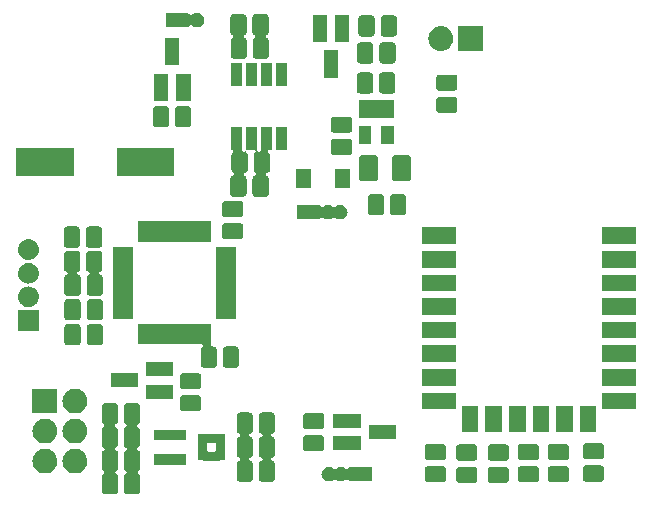
<source format=gbr>
G04 #@! TF.GenerationSoftware,KiCad,Pcbnew,5.0.2-bee76a0~70~ubuntu18.04.1*
G04 #@! TF.CreationDate,2019-11-03T21:10:50+01:00*
G04 #@! TF.ProjectId,puzzlebox,70757a7a-6c65-4626-9f78-2e6b69636164,rev?*
G04 #@! TF.SameCoordinates,Original*
G04 #@! TF.FileFunction,Soldermask,Top*
G04 #@! TF.FilePolarity,Negative*
%FSLAX46Y46*%
G04 Gerber Fmt 4.6, Leading zero omitted, Abs format (unit mm)*
G04 Created by KiCad (PCBNEW 5.0.2-bee76a0~70~ubuntu18.04.1) date So 03 Nov 2019 21:10:50 CET*
%MOMM*%
%LPD*%
G01*
G04 APERTURE LIST*
%ADD10C,0.100000*%
G04 APERTURE END LIST*
D10*
G36*
X80821997Y-101188597D02*
X80874653Y-101204570D01*
X80923165Y-101230500D01*
X80965696Y-101265404D01*
X81000600Y-101307935D01*
X81026530Y-101356447D01*
X81042503Y-101409103D01*
X81048500Y-101469990D01*
X81048500Y-102695210D01*
X81042503Y-102756097D01*
X81026530Y-102808753D01*
X81000600Y-102857265D01*
X80965696Y-102899796D01*
X80923165Y-102934700D01*
X80870294Y-102962960D01*
X80849919Y-102976573D01*
X80832592Y-102993900D01*
X80818978Y-103014275D01*
X80809601Y-103036914D01*
X80804820Y-103060947D01*
X80804820Y-103085451D01*
X80809600Y-103109485D01*
X80818978Y-103132124D01*
X80832591Y-103152499D01*
X80849918Y-103169826D01*
X80870294Y-103183440D01*
X80923165Y-103211700D01*
X80965696Y-103246604D01*
X81000600Y-103289135D01*
X81026530Y-103337647D01*
X81042503Y-103390303D01*
X81048500Y-103451190D01*
X81048500Y-104676410D01*
X81042503Y-104737297D01*
X81026530Y-104789953D01*
X81000600Y-104838465D01*
X80965696Y-104880996D01*
X80923166Y-104915899D01*
X80881284Y-104938286D01*
X80860909Y-104951900D01*
X80843582Y-104969227D01*
X80829969Y-104989602D01*
X80820591Y-105012241D01*
X80815811Y-105036274D01*
X80815811Y-105060779D01*
X80820592Y-105084812D01*
X80829969Y-105107451D01*
X80843583Y-105127826D01*
X80860910Y-105145153D01*
X80881285Y-105158766D01*
X80896482Y-105165061D01*
X80948565Y-105192900D01*
X80991096Y-105227804D01*
X81026000Y-105270335D01*
X81051930Y-105318847D01*
X81067903Y-105371503D01*
X81073900Y-105432390D01*
X81073900Y-106657610D01*
X81067903Y-106718497D01*
X81051930Y-106771153D01*
X81026000Y-106819665D01*
X80991096Y-106862196D01*
X80948567Y-106897099D01*
X80920605Y-106912044D01*
X80900230Y-106925657D01*
X80882903Y-106942984D01*
X80869289Y-106963359D01*
X80859911Y-106985998D01*
X80855130Y-107010031D01*
X80855130Y-107034535D01*
X80859910Y-107058569D01*
X80869287Y-107081208D01*
X80882900Y-107101583D01*
X80900227Y-107118910D01*
X80920604Y-107132525D01*
X80950865Y-107148700D01*
X80993396Y-107183604D01*
X81028300Y-107226135D01*
X81054230Y-107274647D01*
X81070203Y-107327303D01*
X81076200Y-107388190D01*
X81076200Y-108613410D01*
X81070203Y-108674297D01*
X81054230Y-108726953D01*
X81028300Y-108775465D01*
X80993396Y-108817996D01*
X80950865Y-108852900D01*
X80902353Y-108878830D01*
X80849697Y-108894803D01*
X80788810Y-108900800D01*
X79988590Y-108900800D01*
X79927703Y-108894803D01*
X79875047Y-108878830D01*
X79826535Y-108852900D01*
X79784004Y-108817996D01*
X79749100Y-108775465D01*
X79723170Y-108726953D01*
X79707197Y-108674297D01*
X79701200Y-108613410D01*
X79701200Y-107388190D01*
X79707197Y-107327303D01*
X79723170Y-107274647D01*
X79749100Y-107226135D01*
X79784004Y-107183604D01*
X79826533Y-107148701D01*
X79854495Y-107133756D01*
X79874870Y-107120143D01*
X79892197Y-107102816D01*
X79905811Y-107082441D01*
X79915189Y-107059802D01*
X79919970Y-107035769D01*
X79919970Y-107011265D01*
X79915190Y-106987231D01*
X79905813Y-106964592D01*
X79892200Y-106944217D01*
X79874873Y-106926890D01*
X79854496Y-106913275D01*
X79824235Y-106897100D01*
X79781704Y-106862196D01*
X79746800Y-106819665D01*
X79720870Y-106771153D01*
X79704897Y-106718497D01*
X79698900Y-106657610D01*
X79698900Y-105432390D01*
X79704897Y-105371503D01*
X79720870Y-105318847D01*
X79746800Y-105270335D01*
X79781704Y-105227804D01*
X79824234Y-105192901D01*
X79866116Y-105170514D01*
X79886491Y-105156900D01*
X79903818Y-105139573D01*
X79917431Y-105119198D01*
X79926809Y-105096559D01*
X79931589Y-105072526D01*
X79931589Y-105048021D01*
X79926808Y-105023988D01*
X79917431Y-105001349D01*
X79903817Y-104980974D01*
X79886490Y-104963647D01*
X79866115Y-104950034D01*
X79850918Y-104943739D01*
X79798835Y-104915900D01*
X79756304Y-104880996D01*
X79721400Y-104838465D01*
X79695470Y-104789953D01*
X79679497Y-104737297D01*
X79673500Y-104676410D01*
X79673500Y-103451190D01*
X79679497Y-103390303D01*
X79695470Y-103337647D01*
X79721400Y-103289135D01*
X79756304Y-103246604D01*
X79798835Y-103211700D01*
X79851706Y-103183440D01*
X79872081Y-103169827D01*
X79889408Y-103152500D01*
X79903022Y-103132125D01*
X79912399Y-103109486D01*
X79917180Y-103085453D01*
X79917180Y-103060949D01*
X79912400Y-103036915D01*
X79903022Y-103014276D01*
X79889409Y-102993901D01*
X79872082Y-102976574D01*
X79851706Y-102962960D01*
X79798835Y-102934700D01*
X79756304Y-102899796D01*
X79721400Y-102857265D01*
X79695470Y-102808753D01*
X79679497Y-102756097D01*
X79673500Y-102695210D01*
X79673500Y-101469990D01*
X79679497Y-101409103D01*
X79695470Y-101356447D01*
X79721400Y-101307935D01*
X79756304Y-101265404D01*
X79798835Y-101230500D01*
X79847347Y-101204570D01*
X79900003Y-101188597D01*
X79960890Y-101182600D01*
X80761110Y-101182600D01*
X80821997Y-101188597D01*
X80821997Y-101188597D01*
G37*
G36*
X78946997Y-101188597D02*
X78999653Y-101204570D01*
X79048165Y-101230500D01*
X79090696Y-101265404D01*
X79125600Y-101307935D01*
X79151530Y-101356447D01*
X79167503Y-101409103D01*
X79173500Y-101469990D01*
X79173500Y-102695210D01*
X79167503Y-102756097D01*
X79151530Y-102808753D01*
X79125600Y-102857265D01*
X79090696Y-102899796D01*
X79048165Y-102934700D01*
X78995294Y-102962960D01*
X78974919Y-102976573D01*
X78957592Y-102993900D01*
X78943978Y-103014275D01*
X78934601Y-103036914D01*
X78929820Y-103060947D01*
X78929820Y-103085451D01*
X78934600Y-103109485D01*
X78943978Y-103132124D01*
X78957591Y-103152499D01*
X78974918Y-103169826D01*
X78995294Y-103183440D01*
X79048165Y-103211700D01*
X79090696Y-103246604D01*
X79125600Y-103289135D01*
X79151530Y-103337647D01*
X79167503Y-103390303D01*
X79173500Y-103451190D01*
X79173500Y-104676410D01*
X79167503Y-104737297D01*
X79151530Y-104789953D01*
X79125600Y-104838465D01*
X79090696Y-104880996D01*
X79048166Y-104915899D01*
X79006284Y-104938286D01*
X78985909Y-104951900D01*
X78968582Y-104969227D01*
X78954969Y-104989602D01*
X78945591Y-105012241D01*
X78940811Y-105036274D01*
X78940811Y-105060779D01*
X78945592Y-105084812D01*
X78954969Y-105107451D01*
X78968583Y-105127826D01*
X78985910Y-105145153D01*
X79006285Y-105158766D01*
X79021482Y-105165061D01*
X79073565Y-105192900D01*
X79116096Y-105227804D01*
X79151000Y-105270335D01*
X79176930Y-105318847D01*
X79192903Y-105371503D01*
X79198900Y-105432390D01*
X79198900Y-106657610D01*
X79192903Y-106718497D01*
X79176930Y-106771153D01*
X79151000Y-106819665D01*
X79116096Y-106862196D01*
X79073567Y-106897099D01*
X79045605Y-106912044D01*
X79025230Y-106925657D01*
X79007903Y-106942984D01*
X78994289Y-106963359D01*
X78984911Y-106985998D01*
X78980130Y-107010031D01*
X78980130Y-107034535D01*
X78984910Y-107058569D01*
X78994287Y-107081208D01*
X79007900Y-107101583D01*
X79025227Y-107118910D01*
X79045604Y-107132525D01*
X79075865Y-107148700D01*
X79118396Y-107183604D01*
X79153300Y-107226135D01*
X79179230Y-107274647D01*
X79195203Y-107327303D01*
X79201200Y-107388190D01*
X79201200Y-108613410D01*
X79195203Y-108674297D01*
X79179230Y-108726953D01*
X79153300Y-108775465D01*
X79118396Y-108817996D01*
X79075865Y-108852900D01*
X79027353Y-108878830D01*
X78974697Y-108894803D01*
X78913810Y-108900800D01*
X78113590Y-108900800D01*
X78052703Y-108894803D01*
X78000047Y-108878830D01*
X77951535Y-108852900D01*
X77909004Y-108817996D01*
X77874100Y-108775465D01*
X77848170Y-108726953D01*
X77832197Y-108674297D01*
X77826200Y-108613410D01*
X77826200Y-107388190D01*
X77832197Y-107327303D01*
X77848170Y-107274647D01*
X77874100Y-107226135D01*
X77909004Y-107183604D01*
X77951533Y-107148701D01*
X77979495Y-107133756D01*
X77999870Y-107120143D01*
X78017197Y-107102816D01*
X78030811Y-107082441D01*
X78040189Y-107059802D01*
X78044970Y-107035769D01*
X78044970Y-107011265D01*
X78040190Y-106987231D01*
X78030813Y-106964592D01*
X78017200Y-106944217D01*
X77999873Y-106926890D01*
X77979496Y-106913275D01*
X77949235Y-106897100D01*
X77906704Y-106862196D01*
X77871800Y-106819665D01*
X77845870Y-106771153D01*
X77829897Y-106718497D01*
X77823900Y-106657610D01*
X77823900Y-105432390D01*
X77829897Y-105371503D01*
X77845870Y-105318847D01*
X77871800Y-105270335D01*
X77906704Y-105227804D01*
X77949234Y-105192901D01*
X77991116Y-105170514D01*
X78011491Y-105156900D01*
X78028818Y-105139573D01*
X78042431Y-105119198D01*
X78051809Y-105096559D01*
X78056589Y-105072526D01*
X78056589Y-105048021D01*
X78051808Y-105023988D01*
X78042431Y-105001349D01*
X78028817Y-104980974D01*
X78011490Y-104963647D01*
X77991115Y-104950034D01*
X77975918Y-104943739D01*
X77923835Y-104915900D01*
X77881304Y-104880996D01*
X77846400Y-104838465D01*
X77820470Y-104789953D01*
X77804497Y-104737297D01*
X77798500Y-104676410D01*
X77798500Y-103451190D01*
X77804497Y-103390303D01*
X77820470Y-103337647D01*
X77846400Y-103289135D01*
X77881304Y-103246604D01*
X77923835Y-103211700D01*
X77976706Y-103183440D01*
X77997081Y-103169827D01*
X78014408Y-103152500D01*
X78028022Y-103132125D01*
X78037399Y-103109486D01*
X78042180Y-103085453D01*
X78042180Y-103060949D01*
X78037400Y-103036915D01*
X78028022Y-103014276D01*
X78014409Y-102993901D01*
X77997082Y-102976574D01*
X77976706Y-102962960D01*
X77923835Y-102934700D01*
X77881304Y-102899796D01*
X77846400Y-102857265D01*
X77820470Y-102808753D01*
X77804497Y-102756097D01*
X77798500Y-102695210D01*
X77798500Y-101469990D01*
X77804497Y-101409103D01*
X77820470Y-101356447D01*
X77846400Y-101307935D01*
X77881304Y-101265404D01*
X77923835Y-101230500D01*
X77972347Y-101204570D01*
X78025003Y-101188597D01*
X78085890Y-101182600D01*
X78886110Y-101182600D01*
X78946997Y-101188597D01*
X78946997Y-101188597D01*
G37*
G36*
X112052497Y-106554997D02*
X112105153Y-106570970D01*
X112153665Y-106596900D01*
X112196196Y-106631804D01*
X112231100Y-106674335D01*
X112257030Y-106722847D01*
X112273003Y-106775503D01*
X112279000Y-106836390D01*
X112279000Y-107636610D01*
X112273003Y-107697497D01*
X112257030Y-107750153D01*
X112231100Y-107798665D01*
X112196196Y-107841196D01*
X112153665Y-107876100D01*
X112105153Y-107902030D01*
X112052497Y-107918003D01*
X111991610Y-107924000D01*
X110766390Y-107924000D01*
X110705503Y-107918003D01*
X110652847Y-107902030D01*
X110604335Y-107876100D01*
X110561804Y-107841196D01*
X110526900Y-107798665D01*
X110500970Y-107750153D01*
X110484997Y-107697497D01*
X110479000Y-107636610D01*
X110479000Y-106836390D01*
X110484997Y-106775503D01*
X110500970Y-106722847D01*
X110526900Y-106674335D01*
X110561804Y-106631804D01*
X110604335Y-106596900D01*
X110652847Y-106570970D01*
X110705503Y-106554997D01*
X110766390Y-106549000D01*
X111991610Y-106549000D01*
X112052497Y-106554997D01*
X112052497Y-106554997D01*
G37*
G36*
X109385497Y-106554997D02*
X109438153Y-106570970D01*
X109486665Y-106596900D01*
X109529196Y-106631804D01*
X109564100Y-106674335D01*
X109590030Y-106722847D01*
X109606003Y-106775503D01*
X109612000Y-106836390D01*
X109612000Y-107636610D01*
X109606003Y-107697497D01*
X109590030Y-107750153D01*
X109564100Y-107798665D01*
X109529196Y-107841196D01*
X109486665Y-107876100D01*
X109438153Y-107902030D01*
X109385497Y-107918003D01*
X109324610Y-107924000D01*
X108099390Y-107924000D01*
X108038503Y-107918003D01*
X107985847Y-107902030D01*
X107937335Y-107876100D01*
X107894804Y-107841196D01*
X107859900Y-107798665D01*
X107833970Y-107750153D01*
X107817997Y-107697497D01*
X107812000Y-107636610D01*
X107812000Y-106836390D01*
X107817997Y-106775503D01*
X107833970Y-106722847D01*
X107859900Y-106674335D01*
X107894804Y-106631804D01*
X107937335Y-106596900D01*
X107985847Y-106570970D01*
X108038503Y-106554997D01*
X108099390Y-106549000D01*
X109324610Y-106549000D01*
X109385497Y-106554997D01*
X109385497Y-106554997D01*
G37*
G36*
X114592497Y-106506497D02*
X114645153Y-106522470D01*
X114693665Y-106548400D01*
X114736196Y-106583304D01*
X114771100Y-106625835D01*
X114797030Y-106674347D01*
X114813003Y-106727003D01*
X114819000Y-106787890D01*
X114819000Y-107588110D01*
X114813003Y-107648997D01*
X114797030Y-107701653D01*
X114771100Y-107750165D01*
X114736196Y-107792696D01*
X114693665Y-107827600D01*
X114645153Y-107853530D01*
X114592497Y-107869503D01*
X114531610Y-107875500D01*
X113306390Y-107875500D01*
X113245503Y-107869503D01*
X113192847Y-107853530D01*
X113144335Y-107827600D01*
X113101804Y-107792696D01*
X113066900Y-107750165D01*
X113040970Y-107701653D01*
X113024997Y-107648997D01*
X113019000Y-107588110D01*
X113019000Y-106787890D01*
X113024997Y-106727003D01*
X113040970Y-106674347D01*
X113066900Y-106625835D01*
X113101804Y-106583304D01*
X113144335Y-106548400D01*
X113192847Y-106522470D01*
X113245503Y-106506497D01*
X113306390Y-106500500D01*
X114531610Y-106500500D01*
X114592497Y-106506497D01*
X114592497Y-106506497D01*
G37*
G36*
X117132497Y-106506497D02*
X117185153Y-106522470D01*
X117233665Y-106548400D01*
X117276196Y-106583304D01*
X117311100Y-106625835D01*
X117337030Y-106674347D01*
X117353003Y-106727003D01*
X117359000Y-106787890D01*
X117359000Y-107588110D01*
X117353003Y-107648997D01*
X117337030Y-107701653D01*
X117311100Y-107750165D01*
X117276196Y-107792696D01*
X117233665Y-107827600D01*
X117185153Y-107853530D01*
X117132497Y-107869503D01*
X117071610Y-107875500D01*
X115846390Y-107875500D01*
X115785503Y-107869503D01*
X115732847Y-107853530D01*
X115684335Y-107827600D01*
X115641804Y-107792696D01*
X115606900Y-107750165D01*
X115580970Y-107701653D01*
X115564997Y-107648997D01*
X115559000Y-107588110D01*
X115559000Y-106787890D01*
X115564997Y-106727003D01*
X115580970Y-106674347D01*
X115606900Y-106625835D01*
X115641804Y-106583304D01*
X115684335Y-106548400D01*
X115732847Y-106522470D01*
X115785503Y-106506497D01*
X115846390Y-106500500D01*
X117071610Y-106500500D01*
X117132497Y-106506497D01*
X117132497Y-106506497D01*
G37*
G36*
X106718497Y-106506497D02*
X106771153Y-106522470D01*
X106819665Y-106548400D01*
X106862196Y-106583304D01*
X106897100Y-106625835D01*
X106923030Y-106674347D01*
X106939003Y-106727003D01*
X106945000Y-106787890D01*
X106945000Y-107588110D01*
X106939003Y-107648997D01*
X106923030Y-107701653D01*
X106897100Y-107750165D01*
X106862196Y-107792696D01*
X106819665Y-107827600D01*
X106771153Y-107853530D01*
X106718497Y-107869503D01*
X106657610Y-107875500D01*
X105432390Y-107875500D01*
X105371503Y-107869503D01*
X105318847Y-107853530D01*
X105270335Y-107827600D01*
X105227804Y-107792696D01*
X105192900Y-107750165D01*
X105166970Y-107701653D01*
X105150997Y-107648997D01*
X105145000Y-107588110D01*
X105145000Y-106787890D01*
X105150997Y-106727003D01*
X105166970Y-106674347D01*
X105192900Y-106625835D01*
X105227804Y-106583304D01*
X105270335Y-106548400D01*
X105318847Y-106522470D01*
X105371503Y-106506497D01*
X105432390Y-106500500D01*
X106657610Y-106500500D01*
X106718497Y-106506497D01*
X106718497Y-106506497D01*
G37*
G36*
X92251997Y-101975997D02*
X92304653Y-101991970D01*
X92353165Y-102017900D01*
X92395696Y-102052804D01*
X92430600Y-102095335D01*
X92456530Y-102143847D01*
X92472503Y-102196503D01*
X92478500Y-102257390D01*
X92478500Y-103482610D01*
X92472503Y-103543497D01*
X92456530Y-103596153D01*
X92430600Y-103644665D01*
X92395696Y-103687196D01*
X92353165Y-103722100D01*
X92304652Y-103748031D01*
X92246456Y-103765684D01*
X92223817Y-103775062D01*
X92203442Y-103788675D01*
X92186115Y-103806002D01*
X92172501Y-103826377D01*
X92163124Y-103849016D01*
X92158343Y-103873049D01*
X92158343Y-103897554D01*
X92163123Y-103921587D01*
X92172501Y-103944226D01*
X92186114Y-103964601D01*
X92203441Y-103981928D01*
X92223816Y-103995542D01*
X92246455Y-104004919D01*
X92309248Y-104023967D01*
X92357765Y-104049900D01*
X92400296Y-104084804D01*
X92435200Y-104127335D01*
X92461130Y-104175847D01*
X92477103Y-104228503D01*
X92483100Y-104289390D01*
X92483100Y-105514610D01*
X92477103Y-105575497D01*
X92461130Y-105628153D01*
X92435200Y-105676665D01*
X92400296Y-105719196D01*
X92357765Y-105754100D01*
X92309248Y-105780033D01*
X92246455Y-105799081D01*
X92223816Y-105808458D01*
X92203442Y-105822072D01*
X92186114Y-105839399D01*
X92172501Y-105859774D01*
X92163123Y-105882413D01*
X92158343Y-105906446D01*
X92158343Y-105930950D01*
X92163124Y-105954984D01*
X92172501Y-105977623D01*
X92186115Y-105997997D01*
X92203442Y-106015325D01*
X92223817Y-106028938D01*
X92246456Y-106038316D01*
X92304652Y-106055969D01*
X92353165Y-106081900D01*
X92395696Y-106116804D01*
X92430600Y-106159335D01*
X92456530Y-106207847D01*
X92472503Y-106260503D01*
X92478500Y-106321390D01*
X92478500Y-107546610D01*
X92472503Y-107607497D01*
X92456530Y-107660153D01*
X92430600Y-107708665D01*
X92395696Y-107751196D01*
X92353165Y-107786100D01*
X92304653Y-107812030D01*
X92251997Y-107828003D01*
X92191110Y-107834000D01*
X91390890Y-107834000D01*
X91330003Y-107828003D01*
X91277347Y-107812030D01*
X91228835Y-107786100D01*
X91186304Y-107751196D01*
X91151400Y-107708665D01*
X91125470Y-107660153D01*
X91109497Y-107607497D01*
X91103500Y-107546610D01*
X91103500Y-106321390D01*
X91109497Y-106260503D01*
X91125470Y-106207847D01*
X91151400Y-106159335D01*
X91186304Y-106116804D01*
X91228835Y-106081900D01*
X91277352Y-106055967D01*
X91340145Y-106036919D01*
X91362784Y-106027542D01*
X91383158Y-106013928D01*
X91400486Y-105996601D01*
X91414099Y-105976226D01*
X91423477Y-105953587D01*
X91428257Y-105929554D01*
X91428257Y-105905050D01*
X91423476Y-105881016D01*
X91414099Y-105858377D01*
X91400485Y-105838003D01*
X91383158Y-105820675D01*
X91362783Y-105807062D01*
X91340144Y-105797684D01*
X91281948Y-105780031D01*
X91233435Y-105754100D01*
X91190904Y-105719196D01*
X91156000Y-105676665D01*
X91130070Y-105628153D01*
X91114097Y-105575497D01*
X91108100Y-105514610D01*
X91108100Y-104289390D01*
X91114097Y-104228503D01*
X91130070Y-104175847D01*
X91156000Y-104127335D01*
X91190904Y-104084804D01*
X91233435Y-104049900D01*
X91281948Y-104023969D01*
X91340144Y-104006316D01*
X91362783Y-103996938D01*
X91383158Y-103983325D01*
X91400485Y-103965998D01*
X91414099Y-103945623D01*
X91423476Y-103922984D01*
X91428257Y-103898951D01*
X91428257Y-103874446D01*
X91423477Y-103850413D01*
X91414099Y-103827774D01*
X91400486Y-103807399D01*
X91383159Y-103790072D01*
X91362784Y-103776458D01*
X91340145Y-103767081D01*
X91277352Y-103748033D01*
X91228835Y-103722100D01*
X91186304Y-103687196D01*
X91151400Y-103644665D01*
X91125470Y-103596153D01*
X91109497Y-103543497D01*
X91103500Y-103482610D01*
X91103500Y-102257390D01*
X91109497Y-102196503D01*
X91125470Y-102143847D01*
X91151400Y-102095335D01*
X91186304Y-102052804D01*
X91228835Y-102017900D01*
X91277347Y-101991970D01*
X91330003Y-101975997D01*
X91390890Y-101970000D01*
X92191110Y-101970000D01*
X92251997Y-101975997D01*
X92251997Y-101975997D01*
G37*
G36*
X90376997Y-101975997D02*
X90429653Y-101991970D01*
X90478165Y-102017900D01*
X90520696Y-102052804D01*
X90555600Y-102095335D01*
X90581530Y-102143847D01*
X90597503Y-102196503D01*
X90603500Y-102257390D01*
X90603500Y-103482610D01*
X90597503Y-103543497D01*
X90581530Y-103596153D01*
X90555600Y-103644665D01*
X90520696Y-103687196D01*
X90478165Y-103722100D01*
X90429652Y-103748031D01*
X90371456Y-103765684D01*
X90348817Y-103775062D01*
X90328442Y-103788675D01*
X90311115Y-103806002D01*
X90297501Y-103826377D01*
X90288124Y-103849016D01*
X90283343Y-103873049D01*
X90283343Y-103897554D01*
X90288123Y-103921587D01*
X90297501Y-103944226D01*
X90311114Y-103964601D01*
X90328441Y-103981928D01*
X90348816Y-103995542D01*
X90371455Y-104004919D01*
X90434248Y-104023967D01*
X90482765Y-104049900D01*
X90525296Y-104084804D01*
X90560200Y-104127335D01*
X90586130Y-104175847D01*
X90602103Y-104228503D01*
X90608100Y-104289390D01*
X90608100Y-105514610D01*
X90602103Y-105575497D01*
X90586130Y-105628153D01*
X90560200Y-105676665D01*
X90525296Y-105719196D01*
X90482765Y-105754100D01*
X90434248Y-105780033D01*
X90371455Y-105799081D01*
X90348816Y-105808458D01*
X90328442Y-105822072D01*
X90311114Y-105839399D01*
X90297501Y-105859774D01*
X90288123Y-105882413D01*
X90283343Y-105906446D01*
X90283343Y-105930950D01*
X90288124Y-105954984D01*
X90297501Y-105977623D01*
X90311115Y-105997997D01*
X90328442Y-106015325D01*
X90348817Y-106028938D01*
X90371456Y-106038316D01*
X90429652Y-106055969D01*
X90478165Y-106081900D01*
X90520696Y-106116804D01*
X90555600Y-106159335D01*
X90581530Y-106207847D01*
X90597503Y-106260503D01*
X90603500Y-106321390D01*
X90603500Y-107546610D01*
X90597503Y-107607497D01*
X90581530Y-107660153D01*
X90555600Y-107708665D01*
X90520696Y-107751196D01*
X90478165Y-107786100D01*
X90429653Y-107812030D01*
X90376997Y-107828003D01*
X90316110Y-107834000D01*
X89515890Y-107834000D01*
X89455003Y-107828003D01*
X89402347Y-107812030D01*
X89353835Y-107786100D01*
X89311304Y-107751196D01*
X89276400Y-107708665D01*
X89250470Y-107660153D01*
X89234497Y-107607497D01*
X89228500Y-107546610D01*
X89228500Y-106321390D01*
X89234497Y-106260503D01*
X89250470Y-106207847D01*
X89276400Y-106159335D01*
X89311304Y-106116804D01*
X89353835Y-106081900D01*
X89402352Y-106055967D01*
X89465145Y-106036919D01*
X89487784Y-106027542D01*
X89508158Y-106013928D01*
X89525486Y-105996601D01*
X89539099Y-105976226D01*
X89548477Y-105953587D01*
X89553257Y-105929554D01*
X89553257Y-105905050D01*
X89548476Y-105881016D01*
X89539099Y-105858377D01*
X89525485Y-105838003D01*
X89508158Y-105820675D01*
X89487783Y-105807062D01*
X89465144Y-105797684D01*
X89406948Y-105780031D01*
X89358435Y-105754100D01*
X89315904Y-105719196D01*
X89281000Y-105676665D01*
X89255070Y-105628153D01*
X89239097Y-105575497D01*
X89233100Y-105514610D01*
X89233100Y-104289390D01*
X89239097Y-104228503D01*
X89255070Y-104175847D01*
X89281000Y-104127335D01*
X89315904Y-104084804D01*
X89358435Y-104049900D01*
X89406948Y-104023969D01*
X89465144Y-104006316D01*
X89487783Y-103996938D01*
X89508158Y-103983325D01*
X89525485Y-103965998D01*
X89539099Y-103945623D01*
X89548476Y-103922984D01*
X89553257Y-103898951D01*
X89553257Y-103874446D01*
X89548477Y-103850413D01*
X89539099Y-103827774D01*
X89525486Y-103807399D01*
X89508159Y-103790072D01*
X89487784Y-103776458D01*
X89465145Y-103767081D01*
X89402352Y-103748033D01*
X89353835Y-103722100D01*
X89311304Y-103687196D01*
X89276400Y-103644665D01*
X89250470Y-103596153D01*
X89234497Y-103543497D01*
X89228500Y-103482610D01*
X89228500Y-102257390D01*
X89234497Y-102196503D01*
X89250470Y-102143847D01*
X89276400Y-102095335D01*
X89311304Y-102052804D01*
X89353835Y-102017900D01*
X89402347Y-101991970D01*
X89455003Y-101975997D01*
X89515890Y-101970000D01*
X90316110Y-101970000D01*
X90376997Y-101975997D01*
X90376997Y-101975997D01*
G37*
G36*
X120104297Y-106453397D02*
X120156953Y-106469370D01*
X120205465Y-106495300D01*
X120247996Y-106530204D01*
X120282900Y-106572735D01*
X120308830Y-106621247D01*
X120324803Y-106673903D01*
X120330800Y-106734790D01*
X120330800Y-107535010D01*
X120324803Y-107595897D01*
X120308830Y-107648553D01*
X120282900Y-107697065D01*
X120247996Y-107739596D01*
X120205465Y-107774500D01*
X120156953Y-107800430D01*
X120104297Y-107816403D01*
X120043410Y-107822400D01*
X118818190Y-107822400D01*
X118757303Y-107816403D01*
X118704647Y-107800430D01*
X118656135Y-107774500D01*
X118613604Y-107739596D01*
X118578700Y-107697065D01*
X118552770Y-107648553D01*
X118536797Y-107595897D01*
X118530800Y-107535010D01*
X118530800Y-106734790D01*
X118536797Y-106673903D01*
X118552770Y-106621247D01*
X118578700Y-106572735D01*
X118613604Y-106530204D01*
X118656135Y-106495300D01*
X118704647Y-106469370D01*
X118757303Y-106453397D01*
X118818190Y-106447400D01*
X120043410Y-106447400D01*
X120104297Y-106453397D01*
X120104297Y-106453397D01*
G37*
G36*
X97166521Y-106572043D02*
X97284334Y-106607781D01*
X97392911Y-106665817D01*
X97464716Y-106724746D01*
X97485075Y-106738349D01*
X97507713Y-106747726D01*
X97531747Y-106752507D01*
X97556251Y-106752507D01*
X97580285Y-106747727D01*
X97602924Y-106738350D01*
X97623284Y-106724746D01*
X97695089Y-106665817D01*
X97803666Y-106607781D01*
X97921479Y-106572043D01*
X98013296Y-106563000D01*
X98074704Y-106563000D01*
X98166521Y-106572043D01*
X98284334Y-106607781D01*
X98392911Y-106665817D01*
X98464716Y-106724746D01*
X98485075Y-106738349D01*
X98507713Y-106747726D01*
X98531747Y-106752507D01*
X98556251Y-106752507D01*
X98580285Y-106747727D01*
X98602924Y-106738350D01*
X98623284Y-106724746D01*
X98695089Y-106665817D01*
X98803666Y-106607781D01*
X98921479Y-106572043D01*
X99013296Y-106563000D01*
X99074704Y-106563000D01*
X99166521Y-106572043D01*
X99257724Y-106599709D01*
X99281748Y-106604488D01*
X99306252Y-106604488D01*
X99330285Y-106599708D01*
X99352924Y-106590330D01*
X99373299Y-106576716D01*
X99387015Y-106563000D01*
X100669000Y-106563000D01*
X100669000Y-107813000D01*
X99386884Y-107813000D01*
X99382388Y-107807522D01*
X99363446Y-107791976D01*
X99341835Y-107780425D01*
X99318386Y-107773312D01*
X99294000Y-107770910D01*
X99269614Y-107773312D01*
X99257734Y-107776288D01*
X99166521Y-107803957D01*
X99074704Y-107813000D01*
X99013296Y-107813000D01*
X98921479Y-107803957D01*
X98803666Y-107768219D01*
X98695089Y-107710183D01*
X98623284Y-107651254D01*
X98602925Y-107637651D01*
X98580287Y-107628274D01*
X98556253Y-107623493D01*
X98531749Y-107623493D01*
X98507715Y-107628273D01*
X98485076Y-107637650D01*
X98464716Y-107651254D01*
X98392911Y-107710183D01*
X98284334Y-107768219D01*
X98166521Y-107803957D01*
X98074704Y-107813000D01*
X98013296Y-107813000D01*
X97921479Y-107803957D01*
X97803666Y-107768219D01*
X97695089Y-107710183D01*
X97623284Y-107651254D01*
X97602925Y-107637651D01*
X97580287Y-107628274D01*
X97556253Y-107623493D01*
X97531749Y-107623493D01*
X97507715Y-107628273D01*
X97485076Y-107637650D01*
X97464716Y-107651254D01*
X97392911Y-107710183D01*
X97284334Y-107768219D01*
X97166521Y-107803957D01*
X97074704Y-107813000D01*
X97013296Y-107813000D01*
X96921479Y-107803957D01*
X96803666Y-107768219D01*
X96695089Y-107710183D01*
X96599920Y-107632080D01*
X96521817Y-107536911D01*
X96463781Y-107428334D01*
X96428043Y-107310521D01*
X96415976Y-107188000D01*
X96428043Y-107065479D01*
X96463781Y-106947666D01*
X96521817Y-106839089D01*
X96599920Y-106743920D01*
X96695089Y-106665817D01*
X96803666Y-106607781D01*
X96921479Y-106572043D01*
X97013296Y-106563000D01*
X97074704Y-106563000D01*
X97166521Y-106572043D01*
X97166521Y-106572043D01*
G37*
G36*
X73128707Y-105037596D02*
X73205836Y-105045193D01*
X73330974Y-105083153D01*
X73403763Y-105105233D01*
X73586172Y-105202733D01*
X73746054Y-105333946D01*
X73877267Y-105493828D01*
X73974767Y-105676237D01*
X73974767Y-105676238D01*
X74034807Y-105874164D01*
X74055080Y-106080000D01*
X74034807Y-106285836D01*
X74007153Y-106377000D01*
X73974767Y-106483763D01*
X73877267Y-106666172D01*
X73746054Y-106826054D01*
X73586172Y-106957267D01*
X73403763Y-107054767D01*
X73337787Y-107074780D01*
X73205836Y-107114807D01*
X73151658Y-107120143D01*
X73051580Y-107130000D01*
X72948420Y-107130000D01*
X72848342Y-107120143D01*
X72794164Y-107114807D01*
X72662213Y-107074780D01*
X72596237Y-107054767D01*
X72413828Y-106957267D01*
X72253946Y-106826054D01*
X72122733Y-106666172D01*
X72025233Y-106483763D01*
X71992847Y-106377000D01*
X71965193Y-106285836D01*
X71944920Y-106080000D01*
X71965193Y-105874164D01*
X72025233Y-105676238D01*
X72025233Y-105676237D01*
X72122733Y-105493828D01*
X72253946Y-105333946D01*
X72413828Y-105202733D01*
X72596237Y-105105233D01*
X72669026Y-105083153D01*
X72794164Y-105045193D01*
X72871293Y-105037596D01*
X72948420Y-105030000D01*
X73051580Y-105030000D01*
X73128707Y-105037596D01*
X73128707Y-105037596D01*
G37*
G36*
X75668707Y-105037596D02*
X75745836Y-105045193D01*
X75870974Y-105083153D01*
X75943763Y-105105233D01*
X76126172Y-105202733D01*
X76286054Y-105333946D01*
X76417267Y-105493828D01*
X76514767Y-105676237D01*
X76514767Y-105676238D01*
X76574807Y-105874164D01*
X76595080Y-106080000D01*
X76574807Y-106285836D01*
X76547153Y-106377000D01*
X76514767Y-106483763D01*
X76417267Y-106666172D01*
X76286054Y-106826054D01*
X76126172Y-106957267D01*
X75943763Y-107054767D01*
X75877787Y-107074780D01*
X75745836Y-107114807D01*
X75691658Y-107120143D01*
X75591580Y-107130000D01*
X75488420Y-107130000D01*
X75388342Y-107120143D01*
X75334164Y-107114807D01*
X75202213Y-107074780D01*
X75136237Y-107054767D01*
X74953828Y-106957267D01*
X74793946Y-106826054D01*
X74662733Y-106666172D01*
X74565233Y-106483763D01*
X74532847Y-106377000D01*
X74505193Y-106285836D01*
X74484920Y-106080000D01*
X74505193Y-105874164D01*
X74565233Y-105676238D01*
X74565233Y-105676237D01*
X74662733Y-105493828D01*
X74793946Y-105333946D01*
X74953828Y-105202733D01*
X75136237Y-105105233D01*
X75209026Y-105083153D01*
X75334164Y-105045193D01*
X75411293Y-105037596D01*
X75488420Y-105030000D01*
X75591580Y-105030000D01*
X75668707Y-105037596D01*
X75668707Y-105037596D01*
G37*
G36*
X84916000Y-106377000D02*
X82216000Y-106377000D01*
X82216000Y-105477000D01*
X84916000Y-105477000D01*
X84916000Y-106377000D01*
X84916000Y-106377000D01*
G37*
G36*
X87802554Y-103755934D02*
X87824165Y-103767485D01*
X87847614Y-103774598D01*
X87872000Y-103777000D01*
X88272000Y-103777000D01*
X88272000Y-106027000D01*
X87872000Y-106027000D01*
X87847614Y-106029402D01*
X87824165Y-106036515D01*
X87802554Y-106048066D01*
X87797761Y-106052000D01*
X86446239Y-106052000D01*
X86441446Y-106048066D01*
X86419835Y-106036515D01*
X86396386Y-106029402D01*
X86372000Y-106027000D01*
X85972000Y-106027000D01*
X85972000Y-104652000D01*
X86747000Y-104652000D01*
X86747000Y-105152000D01*
X86749402Y-105176386D01*
X86756515Y-105199835D01*
X86768066Y-105221446D01*
X86783612Y-105240388D01*
X86802554Y-105255934D01*
X86824165Y-105267485D01*
X86847614Y-105274598D01*
X86872000Y-105277000D01*
X87372000Y-105277000D01*
X87396386Y-105274598D01*
X87419835Y-105267485D01*
X87441446Y-105255934D01*
X87460388Y-105240388D01*
X87475934Y-105221446D01*
X87487485Y-105199835D01*
X87494598Y-105176386D01*
X87497000Y-105152000D01*
X87497000Y-104652000D01*
X87494598Y-104627614D01*
X87487485Y-104604165D01*
X87475934Y-104582554D01*
X87460388Y-104563612D01*
X87441446Y-104548066D01*
X87419835Y-104536515D01*
X87396386Y-104529402D01*
X87372000Y-104527000D01*
X86872000Y-104527000D01*
X86847614Y-104529402D01*
X86824165Y-104536515D01*
X86802554Y-104548066D01*
X86783612Y-104563612D01*
X86768066Y-104582554D01*
X86756515Y-104604165D01*
X86749402Y-104627614D01*
X86747000Y-104652000D01*
X85972000Y-104652000D01*
X85972000Y-103777000D01*
X86372000Y-103777000D01*
X86396386Y-103774598D01*
X86419835Y-103767485D01*
X86441446Y-103755934D01*
X86446239Y-103752000D01*
X87797761Y-103752000D01*
X87802554Y-103755934D01*
X87802554Y-103755934D01*
G37*
G36*
X109385497Y-104679997D02*
X109438153Y-104695970D01*
X109486665Y-104721900D01*
X109529196Y-104756804D01*
X109564100Y-104799335D01*
X109590030Y-104847847D01*
X109606003Y-104900503D01*
X109612000Y-104961390D01*
X109612000Y-105761610D01*
X109606003Y-105822497D01*
X109590030Y-105875153D01*
X109564100Y-105923665D01*
X109529196Y-105966196D01*
X109486665Y-106001100D01*
X109438153Y-106027030D01*
X109385497Y-106043003D01*
X109324610Y-106049000D01*
X108099390Y-106049000D01*
X108038503Y-106043003D01*
X107985847Y-106027030D01*
X107937335Y-106001100D01*
X107894804Y-105966196D01*
X107859900Y-105923665D01*
X107833970Y-105875153D01*
X107817997Y-105822497D01*
X107812000Y-105761610D01*
X107812000Y-104961390D01*
X107817997Y-104900503D01*
X107833970Y-104847847D01*
X107859900Y-104799335D01*
X107894804Y-104756804D01*
X107937335Y-104721900D01*
X107985847Y-104695970D01*
X108038503Y-104679997D01*
X108099390Y-104674000D01*
X109324610Y-104674000D01*
X109385497Y-104679997D01*
X109385497Y-104679997D01*
G37*
G36*
X112052497Y-104679997D02*
X112105153Y-104695970D01*
X112153665Y-104721900D01*
X112196196Y-104756804D01*
X112231100Y-104799335D01*
X112257030Y-104847847D01*
X112273003Y-104900503D01*
X112279000Y-104961390D01*
X112279000Y-105761610D01*
X112273003Y-105822497D01*
X112257030Y-105875153D01*
X112231100Y-105923665D01*
X112196196Y-105966196D01*
X112153665Y-106001100D01*
X112105153Y-106027030D01*
X112052497Y-106043003D01*
X111991610Y-106049000D01*
X110766390Y-106049000D01*
X110705503Y-106043003D01*
X110652847Y-106027030D01*
X110604335Y-106001100D01*
X110561804Y-105966196D01*
X110526900Y-105923665D01*
X110500970Y-105875153D01*
X110484997Y-105822497D01*
X110479000Y-105761610D01*
X110479000Y-104961390D01*
X110484997Y-104900503D01*
X110500970Y-104847847D01*
X110526900Y-104799335D01*
X110561804Y-104756804D01*
X110604335Y-104721900D01*
X110652847Y-104695970D01*
X110705503Y-104679997D01*
X110766390Y-104674000D01*
X111991610Y-104674000D01*
X112052497Y-104679997D01*
X112052497Y-104679997D01*
G37*
G36*
X114592497Y-104631497D02*
X114645153Y-104647470D01*
X114693665Y-104673400D01*
X114736196Y-104708304D01*
X114771100Y-104750835D01*
X114797030Y-104799347D01*
X114813003Y-104852003D01*
X114819000Y-104912890D01*
X114819000Y-105713110D01*
X114813003Y-105773997D01*
X114797030Y-105826653D01*
X114771100Y-105875165D01*
X114736196Y-105917696D01*
X114693665Y-105952600D01*
X114645153Y-105978530D01*
X114592497Y-105994503D01*
X114531610Y-106000500D01*
X113306390Y-106000500D01*
X113245503Y-105994503D01*
X113192847Y-105978530D01*
X113144335Y-105952600D01*
X113101804Y-105917696D01*
X113066900Y-105875165D01*
X113040970Y-105826653D01*
X113024997Y-105773997D01*
X113019000Y-105713110D01*
X113019000Y-104912890D01*
X113024997Y-104852003D01*
X113040970Y-104799347D01*
X113066900Y-104750835D01*
X113101804Y-104708304D01*
X113144335Y-104673400D01*
X113192847Y-104647470D01*
X113245503Y-104631497D01*
X113306390Y-104625500D01*
X114531610Y-104625500D01*
X114592497Y-104631497D01*
X114592497Y-104631497D01*
G37*
G36*
X106718497Y-104631497D02*
X106771153Y-104647470D01*
X106819665Y-104673400D01*
X106862196Y-104708304D01*
X106897100Y-104750835D01*
X106923030Y-104799347D01*
X106939003Y-104852003D01*
X106945000Y-104912890D01*
X106945000Y-105713110D01*
X106939003Y-105773997D01*
X106923030Y-105826653D01*
X106897100Y-105875165D01*
X106862196Y-105917696D01*
X106819665Y-105952600D01*
X106771153Y-105978530D01*
X106718497Y-105994503D01*
X106657610Y-106000500D01*
X105432390Y-106000500D01*
X105371503Y-105994503D01*
X105318847Y-105978530D01*
X105270335Y-105952600D01*
X105227804Y-105917696D01*
X105192900Y-105875165D01*
X105166970Y-105826653D01*
X105150997Y-105773997D01*
X105145000Y-105713110D01*
X105145000Y-104912890D01*
X105150997Y-104852003D01*
X105166970Y-104799347D01*
X105192900Y-104750835D01*
X105227804Y-104708304D01*
X105270335Y-104673400D01*
X105318847Y-104647470D01*
X105371503Y-104631497D01*
X105432390Y-104625500D01*
X106657610Y-104625500D01*
X106718497Y-104631497D01*
X106718497Y-104631497D01*
G37*
G36*
X117132497Y-104631497D02*
X117185153Y-104647470D01*
X117233665Y-104673400D01*
X117276196Y-104708304D01*
X117311100Y-104750835D01*
X117337030Y-104799347D01*
X117353003Y-104852003D01*
X117359000Y-104912890D01*
X117359000Y-105713110D01*
X117353003Y-105773997D01*
X117337030Y-105826653D01*
X117311100Y-105875165D01*
X117276196Y-105917696D01*
X117233665Y-105952600D01*
X117185153Y-105978530D01*
X117132497Y-105994503D01*
X117071610Y-106000500D01*
X115846390Y-106000500D01*
X115785503Y-105994503D01*
X115732847Y-105978530D01*
X115684335Y-105952600D01*
X115641804Y-105917696D01*
X115606900Y-105875165D01*
X115580970Y-105826653D01*
X115564997Y-105773997D01*
X115559000Y-105713110D01*
X115559000Y-104912890D01*
X115564997Y-104852003D01*
X115580970Y-104799347D01*
X115606900Y-104750835D01*
X115641804Y-104708304D01*
X115684335Y-104673400D01*
X115732847Y-104647470D01*
X115785503Y-104631497D01*
X115846390Y-104625500D01*
X117071610Y-104625500D01*
X117132497Y-104631497D01*
X117132497Y-104631497D01*
G37*
G36*
X120104297Y-104578397D02*
X120156953Y-104594370D01*
X120205465Y-104620300D01*
X120247996Y-104655204D01*
X120282900Y-104697735D01*
X120308830Y-104746247D01*
X120324803Y-104798903D01*
X120330800Y-104859790D01*
X120330800Y-105660010D01*
X120324803Y-105720897D01*
X120308830Y-105773553D01*
X120282900Y-105822065D01*
X120247996Y-105864596D01*
X120205465Y-105899500D01*
X120156953Y-105925430D01*
X120104297Y-105941403D01*
X120043410Y-105947400D01*
X118818190Y-105947400D01*
X118757303Y-105941403D01*
X118704647Y-105925430D01*
X118656135Y-105899500D01*
X118613604Y-105864596D01*
X118578700Y-105822065D01*
X118552770Y-105773553D01*
X118536797Y-105720897D01*
X118530800Y-105660010D01*
X118530800Y-104859790D01*
X118536797Y-104798903D01*
X118552770Y-104746247D01*
X118578700Y-104697735D01*
X118613604Y-104655204D01*
X118656135Y-104620300D01*
X118704647Y-104594370D01*
X118757303Y-104578397D01*
X118818190Y-104572400D01*
X120043410Y-104572400D01*
X120104297Y-104578397D01*
X120104297Y-104578397D01*
G37*
G36*
X96431497Y-103887997D02*
X96484153Y-103903970D01*
X96532665Y-103929900D01*
X96575196Y-103964804D01*
X96610100Y-104007335D01*
X96636030Y-104055847D01*
X96652003Y-104108503D01*
X96658000Y-104169390D01*
X96658000Y-104969610D01*
X96652003Y-105030497D01*
X96636030Y-105083153D01*
X96610100Y-105131665D01*
X96575196Y-105174196D01*
X96532665Y-105209100D01*
X96484153Y-105235030D01*
X96431497Y-105251003D01*
X96370610Y-105257000D01*
X95145390Y-105257000D01*
X95084503Y-105251003D01*
X95031847Y-105235030D01*
X94983335Y-105209100D01*
X94940804Y-105174196D01*
X94905900Y-105131665D01*
X94879970Y-105083153D01*
X94863997Y-105030497D01*
X94858000Y-104969610D01*
X94858000Y-104169390D01*
X94863997Y-104108503D01*
X94879970Y-104055847D01*
X94905900Y-104007335D01*
X94940804Y-103964804D01*
X94983335Y-103929900D01*
X95031847Y-103903970D01*
X95084503Y-103887997D01*
X95145390Y-103882000D01*
X96370610Y-103882000D01*
X96431497Y-103887997D01*
X96431497Y-103887997D01*
G37*
G36*
X99726000Y-105182000D02*
X97426000Y-105182000D01*
X97426000Y-103982000D01*
X99726000Y-103982000D01*
X99726000Y-105182000D01*
X99726000Y-105182000D01*
G37*
G36*
X73128707Y-102497596D02*
X73205836Y-102505193D01*
X73337787Y-102545220D01*
X73403763Y-102565233D01*
X73586172Y-102662733D01*
X73746054Y-102793946D01*
X73877267Y-102953828D01*
X73974767Y-103136237D01*
X73989086Y-103183440D01*
X74034807Y-103334164D01*
X74055080Y-103540000D01*
X74034807Y-103745836D01*
X74021812Y-103788675D01*
X73974767Y-103943763D01*
X73877267Y-104126172D01*
X73746054Y-104286054D01*
X73586172Y-104417267D01*
X73403763Y-104514767D01*
X73363435Y-104527000D01*
X73205836Y-104574807D01*
X73128707Y-104582403D01*
X73051580Y-104590000D01*
X72948420Y-104590000D01*
X72871293Y-104582403D01*
X72794164Y-104574807D01*
X72636565Y-104527000D01*
X72596237Y-104514767D01*
X72413828Y-104417267D01*
X72253946Y-104286054D01*
X72122733Y-104126172D01*
X72025233Y-103943763D01*
X71978188Y-103788675D01*
X71965193Y-103745836D01*
X71944920Y-103540000D01*
X71965193Y-103334164D01*
X72010914Y-103183440D01*
X72025233Y-103136237D01*
X72122733Y-102953828D01*
X72253946Y-102793946D01*
X72413828Y-102662733D01*
X72596237Y-102565233D01*
X72662213Y-102545220D01*
X72794164Y-102505193D01*
X72871293Y-102497597D01*
X72948420Y-102490000D01*
X73051580Y-102490000D01*
X73128707Y-102497596D01*
X73128707Y-102497596D01*
G37*
G36*
X75668707Y-102497596D02*
X75745836Y-102505193D01*
X75877787Y-102545220D01*
X75943763Y-102565233D01*
X76126172Y-102662733D01*
X76286054Y-102793946D01*
X76417267Y-102953828D01*
X76514767Y-103136237D01*
X76529086Y-103183440D01*
X76574807Y-103334164D01*
X76595080Y-103540000D01*
X76574807Y-103745836D01*
X76561812Y-103788675D01*
X76514767Y-103943763D01*
X76417267Y-104126172D01*
X76286054Y-104286054D01*
X76126172Y-104417267D01*
X75943763Y-104514767D01*
X75903435Y-104527000D01*
X75745836Y-104574807D01*
X75668707Y-104582403D01*
X75591580Y-104590000D01*
X75488420Y-104590000D01*
X75411293Y-104582403D01*
X75334164Y-104574807D01*
X75176565Y-104527000D01*
X75136237Y-104514767D01*
X74953828Y-104417267D01*
X74793946Y-104286054D01*
X74662733Y-104126172D01*
X74565233Y-103943763D01*
X74518188Y-103788675D01*
X74505193Y-103745836D01*
X74484920Y-103540000D01*
X74505193Y-103334164D01*
X74550914Y-103183440D01*
X74565233Y-103136237D01*
X74662733Y-102953828D01*
X74793946Y-102793946D01*
X74953828Y-102662733D01*
X75136237Y-102565233D01*
X75202213Y-102545220D01*
X75334164Y-102505193D01*
X75411293Y-102497597D01*
X75488420Y-102490000D01*
X75591580Y-102490000D01*
X75668707Y-102497596D01*
X75668707Y-102497596D01*
G37*
G36*
X84916000Y-104327000D02*
X82216000Y-104327000D01*
X82216000Y-103427000D01*
X84916000Y-103427000D01*
X84916000Y-104327000D01*
X84916000Y-104327000D01*
G37*
G36*
X102726000Y-104232000D02*
X100426000Y-104232000D01*
X100426000Y-103032000D01*
X102726000Y-103032000D01*
X102726000Y-104232000D01*
X102726000Y-104232000D01*
G37*
G36*
X115700000Y-103600000D02*
X114300000Y-103600000D01*
X114300000Y-101400000D01*
X115700000Y-101400000D01*
X115700000Y-103600000D01*
X115700000Y-103600000D01*
G37*
G36*
X113700000Y-103600000D02*
X112300000Y-103600000D01*
X112300000Y-101400000D01*
X113700000Y-101400000D01*
X113700000Y-103600000D01*
X113700000Y-103600000D01*
G37*
G36*
X109700000Y-103600000D02*
X108300000Y-103600000D01*
X108300000Y-101400000D01*
X109700000Y-101400000D01*
X109700000Y-103600000D01*
X109700000Y-103600000D01*
G37*
G36*
X119700000Y-103600000D02*
X118300000Y-103600000D01*
X118300000Y-101400000D01*
X119700000Y-101400000D01*
X119700000Y-103600000D01*
X119700000Y-103600000D01*
G37*
G36*
X111700000Y-103600000D02*
X110300000Y-103600000D01*
X110300000Y-101400000D01*
X111700000Y-101400000D01*
X111700000Y-103600000D01*
X111700000Y-103600000D01*
G37*
G36*
X117700000Y-103600000D02*
X116300000Y-103600000D01*
X116300000Y-101400000D01*
X117700000Y-101400000D01*
X117700000Y-103600000D01*
X117700000Y-103600000D01*
G37*
G36*
X96431497Y-102012997D02*
X96484153Y-102028970D01*
X96532665Y-102054900D01*
X96575196Y-102089804D01*
X96610100Y-102132335D01*
X96636030Y-102180847D01*
X96652003Y-102233503D01*
X96658000Y-102294390D01*
X96658000Y-103094610D01*
X96652003Y-103155497D01*
X96636030Y-103208153D01*
X96610100Y-103256665D01*
X96575196Y-103299196D01*
X96532665Y-103334100D01*
X96484153Y-103360030D01*
X96431497Y-103376003D01*
X96370610Y-103382000D01*
X95145390Y-103382000D01*
X95084503Y-103376003D01*
X95031847Y-103360030D01*
X94983335Y-103334100D01*
X94940804Y-103299196D01*
X94905900Y-103256665D01*
X94879970Y-103208153D01*
X94863997Y-103155497D01*
X94858000Y-103094610D01*
X94858000Y-102294390D01*
X94863997Y-102233503D01*
X94879970Y-102180847D01*
X94905900Y-102132335D01*
X94940804Y-102089804D01*
X94983335Y-102054900D01*
X95031847Y-102028970D01*
X95084503Y-102012997D01*
X95145390Y-102007000D01*
X96370610Y-102007000D01*
X96431497Y-102012997D01*
X96431497Y-102012997D01*
G37*
G36*
X99726000Y-103282000D02*
X97426000Y-103282000D01*
X97426000Y-102082000D01*
X99726000Y-102082000D01*
X99726000Y-103282000D01*
X99726000Y-103282000D01*
G37*
G36*
X75668707Y-99957596D02*
X75745836Y-99965193D01*
X75877787Y-100005220D01*
X75943763Y-100025233D01*
X76126172Y-100122733D01*
X76286054Y-100253946D01*
X76417267Y-100413828D01*
X76514767Y-100596237D01*
X76532372Y-100654273D01*
X76574807Y-100794164D01*
X76595080Y-101000000D01*
X76574807Y-101205836D01*
X76534780Y-101337787D01*
X76514767Y-101403763D01*
X76417267Y-101586172D01*
X76286054Y-101746054D01*
X76126172Y-101877267D01*
X75943763Y-101974767D01*
X75887051Y-101991970D01*
X75745836Y-102034807D01*
X75668707Y-102042404D01*
X75591580Y-102050000D01*
X75488420Y-102050000D01*
X75411293Y-102042403D01*
X75334164Y-102034807D01*
X75192949Y-101991970D01*
X75136237Y-101974767D01*
X74953828Y-101877267D01*
X74793946Y-101746054D01*
X74662733Y-101586172D01*
X74565233Y-101403763D01*
X74545220Y-101337787D01*
X74505193Y-101205836D01*
X74484920Y-101000000D01*
X74505193Y-100794164D01*
X74547628Y-100654273D01*
X74565233Y-100596237D01*
X74662733Y-100413828D01*
X74793946Y-100253946D01*
X74953828Y-100122733D01*
X75136237Y-100025233D01*
X75202213Y-100005220D01*
X75334164Y-99965193D01*
X75411293Y-99957596D01*
X75488420Y-99950000D01*
X75591580Y-99950000D01*
X75668707Y-99957596D01*
X75668707Y-99957596D01*
G37*
G36*
X74050000Y-102050000D02*
X71950000Y-102050000D01*
X71950000Y-99950000D01*
X74050000Y-99950000D01*
X74050000Y-102050000D01*
X74050000Y-102050000D01*
G37*
G36*
X86017497Y-100507497D02*
X86070153Y-100523470D01*
X86118665Y-100549400D01*
X86161196Y-100584304D01*
X86196100Y-100626835D01*
X86222030Y-100675347D01*
X86238003Y-100728003D01*
X86244000Y-100788890D01*
X86244000Y-101589110D01*
X86238003Y-101649997D01*
X86222030Y-101702653D01*
X86196100Y-101751165D01*
X86161196Y-101793696D01*
X86118665Y-101828600D01*
X86070153Y-101854530D01*
X86017497Y-101870503D01*
X85956610Y-101876500D01*
X84731390Y-101876500D01*
X84670503Y-101870503D01*
X84617847Y-101854530D01*
X84569335Y-101828600D01*
X84526804Y-101793696D01*
X84491900Y-101751165D01*
X84465970Y-101702653D01*
X84449997Y-101649997D01*
X84444000Y-101589110D01*
X84444000Y-100788890D01*
X84449997Y-100728003D01*
X84465970Y-100675347D01*
X84491900Y-100626835D01*
X84526804Y-100584304D01*
X84569335Y-100549400D01*
X84617847Y-100523470D01*
X84670503Y-100507497D01*
X84731390Y-100501500D01*
X85956610Y-100501500D01*
X86017497Y-100507497D01*
X86017497Y-100507497D01*
G37*
G36*
X107850000Y-101700000D02*
X104950000Y-101700000D01*
X104950000Y-100300000D01*
X107850000Y-100300000D01*
X107850000Y-101700000D01*
X107850000Y-101700000D01*
G37*
G36*
X123050000Y-101700000D02*
X120150000Y-101700000D01*
X120150000Y-100300000D01*
X123050000Y-100300000D01*
X123050000Y-101700000D01*
X123050000Y-101700000D01*
G37*
G36*
X83877800Y-100803000D02*
X81577800Y-100803000D01*
X81577800Y-99603000D01*
X83877800Y-99603000D01*
X83877800Y-100803000D01*
X83877800Y-100803000D01*
G37*
G36*
X86017497Y-98632497D02*
X86070153Y-98648470D01*
X86118665Y-98674400D01*
X86161196Y-98709304D01*
X86196100Y-98751835D01*
X86222030Y-98800347D01*
X86238003Y-98853003D01*
X86244000Y-98913890D01*
X86244000Y-99714110D01*
X86238003Y-99774997D01*
X86222030Y-99827653D01*
X86196100Y-99876165D01*
X86161196Y-99918696D01*
X86118665Y-99953600D01*
X86070153Y-99979530D01*
X86017497Y-99995503D01*
X85956610Y-100001500D01*
X84731390Y-100001500D01*
X84670503Y-99995503D01*
X84617847Y-99979530D01*
X84569335Y-99953600D01*
X84526804Y-99918696D01*
X84491900Y-99876165D01*
X84465970Y-99827653D01*
X84449997Y-99774997D01*
X84444000Y-99714110D01*
X84444000Y-98913890D01*
X84449997Y-98853003D01*
X84465970Y-98800347D01*
X84491900Y-98751835D01*
X84526804Y-98709304D01*
X84569335Y-98674400D01*
X84617847Y-98648470D01*
X84670503Y-98632497D01*
X84731390Y-98626500D01*
X85956610Y-98626500D01*
X86017497Y-98632497D01*
X86017497Y-98632497D01*
G37*
G36*
X80877800Y-99853000D02*
X78577800Y-99853000D01*
X78577800Y-98653000D01*
X80877800Y-98653000D01*
X80877800Y-99853000D01*
X80877800Y-99853000D01*
G37*
G36*
X107850000Y-99700000D02*
X104950000Y-99700000D01*
X104950000Y-98300000D01*
X107850000Y-98300000D01*
X107850000Y-99700000D01*
X107850000Y-99700000D01*
G37*
G36*
X123050000Y-99700000D02*
X120150000Y-99700000D01*
X120150000Y-98300000D01*
X123050000Y-98300000D01*
X123050000Y-99700000D01*
X123050000Y-99700000D01*
G37*
G36*
X83877800Y-98903000D02*
X81577800Y-98903000D01*
X81577800Y-97703000D01*
X83877800Y-97703000D01*
X83877800Y-98903000D01*
X83877800Y-98903000D01*
G37*
G36*
X87075000Y-96257000D02*
X87077402Y-96281386D01*
X87084515Y-96304835D01*
X87096066Y-96326446D01*
X87111612Y-96345388D01*
X87130554Y-96360934D01*
X87152165Y-96372485D01*
X87175614Y-96379598D01*
X87200000Y-96382000D01*
X87268110Y-96382000D01*
X87328997Y-96387997D01*
X87381653Y-96403970D01*
X87430165Y-96429900D01*
X87472696Y-96464804D01*
X87507600Y-96507335D01*
X87533530Y-96555847D01*
X87549503Y-96608503D01*
X87555500Y-96669390D01*
X87555500Y-97894610D01*
X87549503Y-97955497D01*
X87533530Y-98008153D01*
X87507600Y-98056665D01*
X87472696Y-98099196D01*
X87430165Y-98134100D01*
X87381653Y-98160030D01*
X87328997Y-98176003D01*
X87268110Y-98182000D01*
X86467890Y-98182000D01*
X86407003Y-98176003D01*
X86354347Y-98160030D01*
X86305835Y-98134100D01*
X86263304Y-98099196D01*
X86228400Y-98056665D01*
X86202470Y-98008153D01*
X86186497Y-97955497D01*
X86180500Y-97894610D01*
X86180500Y-96669390D01*
X86186497Y-96608503D01*
X86202470Y-96555847D01*
X86228400Y-96507335D01*
X86263304Y-96464804D01*
X86314588Y-96422716D01*
X86316217Y-96421628D01*
X86333545Y-96404301D01*
X86347159Y-96383927D01*
X86356537Y-96361288D01*
X86361318Y-96337255D01*
X86361318Y-96312751D01*
X86356538Y-96288717D01*
X86347161Y-96266078D01*
X86333548Y-96245703D01*
X86316221Y-96228375D01*
X86295847Y-96214761D01*
X86273208Y-96205383D01*
X86249175Y-96200602D01*
X86236920Y-96200000D01*
X80925000Y-96200000D01*
X80925000Y-94500000D01*
X87075000Y-94500000D01*
X87075000Y-96257000D01*
X87075000Y-96257000D01*
G37*
G36*
X89203997Y-96387997D02*
X89256653Y-96403970D01*
X89305165Y-96429900D01*
X89347696Y-96464804D01*
X89382600Y-96507335D01*
X89408530Y-96555847D01*
X89424503Y-96608503D01*
X89430500Y-96669390D01*
X89430500Y-97894610D01*
X89424503Y-97955497D01*
X89408530Y-98008153D01*
X89382600Y-98056665D01*
X89347696Y-98099196D01*
X89305165Y-98134100D01*
X89256653Y-98160030D01*
X89203997Y-98176003D01*
X89143110Y-98182000D01*
X88342890Y-98182000D01*
X88282003Y-98176003D01*
X88229347Y-98160030D01*
X88180835Y-98134100D01*
X88138304Y-98099196D01*
X88103400Y-98056665D01*
X88077470Y-98008153D01*
X88061497Y-97955497D01*
X88055500Y-97894610D01*
X88055500Y-96669390D01*
X88061497Y-96608503D01*
X88077470Y-96555847D01*
X88103400Y-96507335D01*
X88138304Y-96464804D01*
X88180835Y-96429900D01*
X88229347Y-96403970D01*
X88282003Y-96387997D01*
X88342890Y-96382000D01*
X89143110Y-96382000D01*
X89203997Y-96387997D01*
X89203997Y-96387997D01*
G37*
G36*
X107850000Y-97700000D02*
X104950000Y-97700000D01*
X104950000Y-96300000D01*
X107850000Y-96300000D01*
X107850000Y-97700000D01*
X107850000Y-97700000D01*
G37*
G36*
X123050000Y-97700000D02*
X120150000Y-97700000D01*
X120150000Y-96300000D01*
X123050000Y-96300000D01*
X123050000Y-97700000D01*
X123050000Y-97700000D01*
G37*
G36*
X75801997Y-94482997D02*
X75854653Y-94498970D01*
X75903165Y-94524900D01*
X75945696Y-94559804D01*
X75980600Y-94602335D01*
X76006530Y-94650847D01*
X76022503Y-94703503D01*
X76028500Y-94764390D01*
X76028500Y-95989610D01*
X76022503Y-96050497D01*
X76006530Y-96103153D01*
X75980600Y-96151665D01*
X75945696Y-96194196D01*
X75903165Y-96229100D01*
X75854653Y-96255030D01*
X75801997Y-96271003D01*
X75741110Y-96277000D01*
X74940890Y-96277000D01*
X74880003Y-96271003D01*
X74827347Y-96255030D01*
X74778835Y-96229100D01*
X74736304Y-96194196D01*
X74701400Y-96151665D01*
X74675470Y-96103153D01*
X74659497Y-96050497D01*
X74653500Y-95989610D01*
X74653500Y-94764390D01*
X74659497Y-94703503D01*
X74675470Y-94650847D01*
X74701400Y-94602335D01*
X74736304Y-94559804D01*
X74778835Y-94524900D01*
X74827347Y-94498970D01*
X74880003Y-94482997D01*
X74940890Y-94477000D01*
X75741110Y-94477000D01*
X75801997Y-94482997D01*
X75801997Y-94482997D01*
G37*
G36*
X77676997Y-94482997D02*
X77729653Y-94498970D01*
X77778165Y-94524900D01*
X77820696Y-94559804D01*
X77855600Y-94602335D01*
X77881530Y-94650847D01*
X77897503Y-94703503D01*
X77903500Y-94764390D01*
X77903500Y-95989610D01*
X77897503Y-96050497D01*
X77881530Y-96103153D01*
X77855600Y-96151665D01*
X77820696Y-96194196D01*
X77778165Y-96229100D01*
X77729653Y-96255030D01*
X77676997Y-96271003D01*
X77616110Y-96277000D01*
X76815890Y-96277000D01*
X76755003Y-96271003D01*
X76702347Y-96255030D01*
X76653835Y-96229100D01*
X76611304Y-96194196D01*
X76576400Y-96151665D01*
X76550470Y-96103153D01*
X76534497Y-96050497D01*
X76528500Y-95989610D01*
X76528500Y-94764390D01*
X76534497Y-94703503D01*
X76550470Y-94650847D01*
X76576400Y-94602335D01*
X76611304Y-94559804D01*
X76653835Y-94524900D01*
X76702347Y-94498970D01*
X76755003Y-94482997D01*
X76815890Y-94477000D01*
X77616110Y-94477000D01*
X77676997Y-94482997D01*
X77676997Y-94482997D01*
G37*
G36*
X123050000Y-95700000D02*
X120150000Y-95700000D01*
X120150000Y-94300000D01*
X123050000Y-94300000D01*
X123050000Y-95700000D01*
X123050000Y-95700000D01*
G37*
G36*
X107850000Y-95700000D02*
X104950000Y-95700000D01*
X104950000Y-94300000D01*
X107850000Y-94300000D01*
X107850000Y-95700000D01*
X107850000Y-95700000D01*
G37*
G36*
X71615435Y-93296218D02*
X71651720Y-93301600D01*
X72477600Y-93301600D01*
X72477600Y-95051600D01*
X70727600Y-95051600D01*
X70727600Y-93301600D01*
X71553480Y-93301600D01*
X71577866Y-93299198D01*
X71601315Y-93292085D01*
X71603124Y-93291118D01*
X71615435Y-93296218D01*
X71615435Y-93296218D01*
G37*
G36*
X77676997Y-92374797D02*
X77729653Y-92390770D01*
X77778165Y-92416700D01*
X77820696Y-92451604D01*
X77855600Y-92494135D01*
X77881530Y-92542647D01*
X77897503Y-92595303D01*
X77903500Y-92656190D01*
X77903500Y-93881410D01*
X77897503Y-93942297D01*
X77881530Y-93994953D01*
X77855600Y-94043465D01*
X77820696Y-94085996D01*
X77778165Y-94120900D01*
X77729653Y-94146830D01*
X77676997Y-94162803D01*
X77616110Y-94168800D01*
X76815890Y-94168800D01*
X76755003Y-94162803D01*
X76702347Y-94146830D01*
X76653835Y-94120900D01*
X76611304Y-94085996D01*
X76576400Y-94043465D01*
X76550470Y-93994953D01*
X76534497Y-93942297D01*
X76528500Y-93881410D01*
X76528500Y-92656190D01*
X76534497Y-92595303D01*
X76550470Y-92542647D01*
X76576400Y-92494135D01*
X76611304Y-92451604D01*
X76653835Y-92416700D01*
X76702347Y-92390770D01*
X76755003Y-92374797D01*
X76815890Y-92368800D01*
X77616110Y-92368800D01*
X77676997Y-92374797D01*
X77676997Y-92374797D01*
G37*
G36*
X75801997Y-92374797D02*
X75854653Y-92390770D01*
X75903165Y-92416700D01*
X75945696Y-92451604D01*
X75980600Y-92494135D01*
X76006530Y-92542647D01*
X76022503Y-92595303D01*
X76028500Y-92656190D01*
X76028500Y-93881410D01*
X76022503Y-93942297D01*
X76006530Y-93994953D01*
X75980600Y-94043465D01*
X75945696Y-94085996D01*
X75903165Y-94120900D01*
X75854653Y-94146830D01*
X75801997Y-94162803D01*
X75741110Y-94168800D01*
X74940890Y-94168800D01*
X74880003Y-94162803D01*
X74827347Y-94146830D01*
X74778835Y-94120900D01*
X74736304Y-94085996D01*
X74701400Y-94043465D01*
X74675470Y-93994953D01*
X74659497Y-93942297D01*
X74653500Y-93881410D01*
X74653500Y-92656190D01*
X74659497Y-92595303D01*
X74675470Y-92542647D01*
X74701400Y-92494135D01*
X74736304Y-92451604D01*
X74778835Y-92416700D01*
X74827347Y-92390770D01*
X74880003Y-92374797D01*
X74940890Y-92368800D01*
X75741110Y-92368800D01*
X75801997Y-92374797D01*
X75801997Y-92374797D01*
G37*
G36*
X80500000Y-94075000D02*
X78800000Y-94075000D01*
X78800000Y-87925000D01*
X80500000Y-87925000D01*
X80500000Y-94075000D01*
X80500000Y-94075000D01*
G37*
G36*
X89200000Y-94075000D02*
X87500000Y-94075000D01*
X87500000Y-87925000D01*
X89200000Y-87925000D01*
X89200000Y-94075000D01*
X89200000Y-94075000D01*
G37*
G36*
X107850000Y-93700000D02*
X104950000Y-93700000D01*
X104950000Y-92300000D01*
X107850000Y-92300000D01*
X107850000Y-93700000D01*
X107850000Y-93700000D01*
G37*
G36*
X123050000Y-93700000D02*
X120150000Y-93700000D01*
X120150000Y-92300000D01*
X123050000Y-92300000D01*
X123050000Y-93700000D01*
X123050000Y-93700000D01*
G37*
G36*
X71615435Y-91296218D02*
X71639468Y-91300998D01*
X71692264Y-91306198D01*
X71774130Y-91314261D01*
X71884089Y-91347617D01*
X71939069Y-91364295D01*
X71989737Y-91391378D01*
X72091076Y-91445544D01*
X72224312Y-91554888D01*
X72333656Y-91688124D01*
X72387822Y-91789463D01*
X72414905Y-91840131D01*
X72425117Y-91873797D01*
X72464939Y-92005070D01*
X72481833Y-92176600D01*
X72464939Y-92348130D01*
X72456665Y-92375405D01*
X72414905Y-92513069D01*
X72410359Y-92521573D01*
X72333656Y-92665076D01*
X72224312Y-92798312D01*
X72091076Y-92907656D01*
X71989737Y-92961822D01*
X71939069Y-92988905D01*
X71884089Y-93005583D01*
X71774130Y-93038939D01*
X71692264Y-93047002D01*
X71639468Y-93052202D01*
X71615434Y-93056983D01*
X71603124Y-93062082D01*
X71601315Y-93061115D01*
X71565732Y-93052202D01*
X71512936Y-93047002D01*
X71431070Y-93038939D01*
X71321111Y-93005583D01*
X71266131Y-92988905D01*
X71215463Y-92961822D01*
X71114124Y-92907656D01*
X70980888Y-92798312D01*
X70871544Y-92665076D01*
X70794841Y-92521573D01*
X70790295Y-92513069D01*
X70748535Y-92375405D01*
X70740261Y-92348130D01*
X70723367Y-92176600D01*
X70740261Y-92005070D01*
X70780083Y-91873797D01*
X70790295Y-91840131D01*
X70817378Y-91789463D01*
X70871544Y-91688124D01*
X70980888Y-91554888D01*
X71114124Y-91445544D01*
X71215463Y-91391378D01*
X71266131Y-91364295D01*
X71321111Y-91347617D01*
X71431070Y-91314261D01*
X71512936Y-91306198D01*
X71565732Y-91300998D01*
X71589766Y-91296217D01*
X71602600Y-91290901D01*
X71615435Y-91296218D01*
X71615435Y-91296218D01*
G37*
G36*
X77646997Y-88285397D02*
X77699653Y-88301370D01*
X77748165Y-88327300D01*
X77790696Y-88362204D01*
X77825600Y-88404735D01*
X77851530Y-88453247D01*
X77867503Y-88505903D01*
X77873500Y-88566790D01*
X77873500Y-89792010D01*
X77867503Y-89852897D01*
X77851530Y-89905553D01*
X77825600Y-89954065D01*
X77790696Y-89996596D01*
X77748165Y-90031500D01*
X77699649Y-90057433D01*
X77696021Y-90058533D01*
X77673382Y-90067910D01*
X77653008Y-90081524D01*
X77635681Y-90098851D01*
X77622067Y-90119226D01*
X77612689Y-90141865D01*
X77607909Y-90165898D01*
X77607909Y-90190402D01*
X77612690Y-90214436D01*
X77622067Y-90237075D01*
X77635681Y-90257449D01*
X77653008Y-90274776D01*
X77673383Y-90288390D01*
X77696022Y-90297768D01*
X77729652Y-90307969D01*
X77778165Y-90333900D01*
X77820696Y-90368804D01*
X77855600Y-90411335D01*
X77881530Y-90459847D01*
X77897503Y-90512503D01*
X77903500Y-90573390D01*
X77903500Y-91798610D01*
X77897503Y-91859497D01*
X77881530Y-91912153D01*
X77855600Y-91960665D01*
X77820696Y-92003196D01*
X77778165Y-92038100D01*
X77729653Y-92064030D01*
X77676997Y-92080003D01*
X77616110Y-92086000D01*
X76815890Y-92086000D01*
X76755003Y-92080003D01*
X76702347Y-92064030D01*
X76653835Y-92038100D01*
X76611304Y-92003196D01*
X76576400Y-91960665D01*
X76550470Y-91912153D01*
X76534497Y-91859497D01*
X76528500Y-91798610D01*
X76528500Y-90573390D01*
X76534497Y-90512503D01*
X76550470Y-90459847D01*
X76576400Y-90411335D01*
X76611304Y-90368804D01*
X76653835Y-90333900D01*
X76702351Y-90307967D01*
X76705979Y-90306867D01*
X76728618Y-90297490D01*
X76748992Y-90283876D01*
X76766319Y-90266549D01*
X76779933Y-90246174D01*
X76789311Y-90223535D01*
X76794091Y-90199502D01*
X76794091Y-90174998D01*
X76789310Y-90150964D01*
X76779933Y-90128325D01*
X76766319Y-90107951D01*
X76748992Y-90090624D01*
X76728617Y-90077010D01*
X76705978Y-90067632D01*
X76672348Y-90057431D01*
X76623835Y-90031500D01*
X76581304Y-89996596D01*
X76546400Y-89954065D01*
X76520470Y-89905553D01*
X76504497Y-89852897D01*
X76498500Y-89792010D01*
X76498500Y-88566790D01*
X76504497Y-88505903D01*
X76520470Y-88453247D01*
X76546400Y-88404735D01*
X76581304Y-88362204D01*
X76623835Y-88327300D01*
X76672347Y-88301370D01*
X76725003Y-88285397D01*
X76785890Y-88279400D01*
X77586110Y-88279400D01*
X77646997Y-88285397D01*
X77646997Y-88285397D01*
G37*
G36*
X75771997Y-88285397D02*
X75824653Y-88301370D01*
X75873165Y-88327300D01*
X75915696Y-88362204D01*
X75950600Y-88404735D01*
X75976530Y-88453247D01*
X75992503Y-88505903D01*
X75998500Y-88566790D01*
X75998500Y-89792010D01*
X75992503Y-89852897D01*
X75976530Y-89905553D01*
X75950600Y-89954065D01*
X75915696Y-89996596D01*
X75873165Y-90031500D01*
X75824649Y-90057433D01*
X75821021Y-90058533D01*
X75798382Y-90067910D01*
X75778008Y-90081524D01*
X75760681Y-90098851D01*
X75747067Y-90119226D01*
X75737689Y-90141865D01*
X75732909Y-90165898D01*
X75732909Y-90190402D01*
X75737690Y-90214436D01*
X75747067Y-90237075D01*
X75760681Y-90257449D01*
X75778008Y-90274776D01*
X75798383Y-90288390D01*
X75821022Y-90297768D01*
X75854652Y-90307969D01*
X75903165Y-90333900D01*
X75945696Y-90368804D01*
X75980600Y-90411335D01*
X76006530Y-90459847D01*
X76022503Y-90512503D01*
X76028500Y-90573390D01*
X76028500Y-91798610D01*
X76022503Y-91859497D01*
X76006530Y-91912153D01*
X75980600Y-91960665D01*
X75945696Y-92003196D01*
X75903165Y-92038100D01*
X75854653Y-92064030D01*
X75801997Y-92080003D01*
X75741110Y-92086000D01*
X74940890Y-92086000D01*
X74880003Y-92080003D01*
X74827347Y-92064030D01*
X74778835Y-92038100D01*
X74736304Y-92003196D01*
X74701400Y-91960665D01*
X74675470Y-91912153D01*
X74659497Y-91859497D01*
X74653500Y-91798610D01*
X74653500Y-90573390D01*
X74659497Y-90512503D01*
X74675470Y-90459847D01*
X74701400Y-90411335D01*
X74736304Y-90368804D01*
X74778835Y-90333900D01*
X74827351Y-90307967D01*
X74830979Y-90306867D01*
X74853618Y-90297490D01*
X74873992Y-90283876D01*
X74891319Y-90266549D01*
X74904933Y-90246174D01*
X74914311Y-90223535D01*
X74919091Y-90199502D01*
X74919091Y-90174998D01*
X74914310Y-90150964D01*
X74904933Y-90128325D01*
X74891319Y-90107951D01*
X74873992Y-90090624D01*
X74853617Y-90077010D01*
X74830978Y-90067632D01*
X74797348Y-90057431D01*
X74748835Y-90031500D01*
X74706304Y-89996596D01*
X74671400Y-89954065D01*
X74645470Y-89905553D01*
X74629497Y-89852897D01*
X74623500Y-89792010D01*
X74623500Y-88566790D01*
X74629497Y-88505903D01*
X74645470Y-88453247D01*
X74671400Y-88404735D01*
X74706304Y-88362204D01*
X74748835Y-88327300D01*
X74797347Y-88301370D01*
X74850003Y-88285397D01*
X74910890Y-88279400D01*
X75711110Y-88279400D01*
X75771997Y-88285397D01*
X75771997Y-88285397D01*
G37*
G36*
X123050000Y-91700000D02*
X120150000Y-91700000D01*
X120150000Y-90300000D01*
X123050000Y-90300000D01*
X123050000Y-91700000D01*
X123050000Y-91700000D01*
G37*
G36*
X107850000Y-91700000D02*
X104950000Y-91700000D01*
X104950000Y-90300000D01*
X107850000Y-90300000D01*
X107850000Y-91700000D01*
X107850000Y-91700000D01*
G37*
G36*
X71615435Y-89296218D02*
X71639468Y-89300998D01*
X71692265Y-89306198D01*
X71774130Y-89314261D01*
X71884089Y-89347617D01*
X71939069Y-89364295D01*
X71989737Y-89391378D01*
X72091076Y-89445544D01*
X72224312Y-89554888D01*
X72333656Y-89688124D01*
X72387822Y-89789463D01*
X72414905Y-89840131D01*
X72423115Y-89867197D01*
X72464939Y-90005070D01*
X72481833Y-90176600D01*
X72464939Y-90348130D01*
X72441620Y-90425000D01*
X72414905Y-90513069D01*
X72388383Y-90562688D01*
X72333656Y-90665076D01*
X72224312Y-90798312D01*
X72091076Y-90907656D01*
X71989737Y-90961822D01*
X71939069Y-90988905D01*
X71884089Y-91005583D01*
X71774130Y-91038939D01*
X71692264Y-91047002D01*
X71639468Y-91052202D01*
X71615434Y-91056983D01*
X71602600Y-91062299D01*
X71589765Y-91056982D01*
X71565732Y-91052202D01*
X71512936Y-91047002D01*
X71431070Y-91038939D01*
X71321111Y-91005583D01*
X71266131Y-90988905D01*
X71215463Y-90961822D01*
X71114124Y-90907656D01*
X70980888Y-90798312D01*
X70871544Y-90665076D01*
X70816817Y-90562688D01*
X70790295Y-90513069D01*
X70763580Y-90425000D01*
X70740261Y-90348130D01*
X70723367Y-90176600D01*
X70740261Y-90005070D01*
X70782085Y-89867197D01*
X70790295Y-89840131D01*
X70817378Y-89789463D01*
X70871544Y-89688124D01*
X70980888Y-89554888D01*
X71114124Y-89445544D01*
X71215463Y-89391378D01*
X71266131Y-89364295D01*
X71321111Y-89347617D01*
X71431070Y-89314261D01*
X71512935Y-89306198D01*
X71565732Y-89300998D01*
X71589766Y-89296217D01*
X71602600Y-89290901D01*
X71615435Y-89296218D01*
X71615435Y-89296218D01*
G37*
G36*
X107850000Y-89700000D02*
X104950000Y-89700000D01*
X104950000Y-88300000D01*
X107850000Y-88300000D01*
X107850000Y-89700000D01*
X107850000Y-89700000D01*
G37*
G36*
X123050000Y-89700000D02*
X120150000Y-89700000D01*
X120150000Y-88300000D01*
X123050000Y-88300000D01*
X123050000Y-89700000D01*
X123050000Y-89700000D01*
G37*
G36*
X71688429Y-87305820D02*
X71774130Y-87314261D01*
X71884089Y-87347617D01*
X71939069Y-87364295D01*
X71989737Y-87391378D01*
X72091076Y-87445544D01*
X72224312Y-87554888D01*
X72333656Y-87688124D01*
X72364223Y-87745312D01*
X72414905Y-87840131D01*
X72414905Y-87840132D01*
X72464939Y-88005070D01*
X72481833Y-88176600D01*
X72464939Y-88348130D01*
X72433052Y-88453247D01*
X72414905Y-88513069D01*
X72391911Y-88556088D01*
X72333656Y-88665076D01*
X72224312Y-88798312D01*
X72091076Y-88907656D01*
X71989737Y-88961822D01*
X71939069Y-88988905D01*
X71884089Y-89005583D01*
X71774130Y-89038939D01*
X71692264Y-89047002D01*
X71639468Y-89052202D01*
X71615434Y-89056983D01*
X71602600Y-89062299D01*
X71589765Y-89056982D01*
X71565732Y-89052202D01*
X71512936Y-89047002D01*
X71431070Y-89038939D01*
X71321111Y-89005583D01*
X71266131Y-88988905D01*
X71215463Y-88961822D01*
X71114124Y-88907656D01*
X70980888Y-88798312D01*
X70871544Y-88665076D01*
X70813289Y-88556088D01*
X70790295Y-88513069D01*
X70772148Y-88453247D01*
X70740261Y-88348130D01*
X70723367Y-88176600D01*
X70740261Y-88005070D01*
X70790295Y-87840132D01*
X70790295Y-87840131D01*
X70840977Y-87745312D01*
X70871544Y-87688124D01*
X70980888Y-87554888D01*
X71114124Y-87445544D01*
X71215463Y-87391378D01*
X71266131Y-87364295D01*
X71321111Y-87347617D01*
X71431070Y-87314261D01*
X71516771Y-87305820D01*
X71559620Y-87301600D01*
X71645580Y-87301600D01*
X71688429Y-87305820D01*
X71688429Y-87305820D01*
G37*
G36*
X75746597Y-86227997D02*
X75799253Y-86243970D01*
X75847765Y-86269900D01*
X75890296Y-86304804D01*
X75925200Y-86347335D01*
X75951130Y-86395847D01*
X75967103Y-86448503D01*
X75973100Y-86509390D01*
X75973100Y-87734610D01*
X75967103Y-87795497D01*
X75951130Y-87848153D01*
X75925200Y-87896665D01*
X75890296Y-87939196D01*
X75847765Y-87974100D01*
X75799253Y-88000030D01*
X75746597Y-88016003D01*
X75685710Y-88022000D01*
X74885490Y-88022000D01*
X74824603Y-88016003D01*
X74771947Y-88000030D01*
X74723435Y-87974100D01*
X74680904Y-87939196D01*
X74646000Y-87896665D01*
X74620070Y-87848153D01*
X74604097Y-87795497D01*
X74598100Y-87734610D01*
X74598100Y-86509390D01*
X74604097Y-86448503D01*
X74620070Y-86395847D01*
X74646000Y-86347335D01*
X74680904Y-86304804D01*
X74723435Y-86269900D01*
X74771947Y-86243970D01*
X74824603Y-86227997D01*
X74885490Y-86222000D01*
X75685710Y-86222000D01*
X75746597Y-86227997D01*
X75746597Y-86227997D01*
G37*
G36*
X77621597Y-86227997D02*
X77674253Y-86243970D01*
X77722765Y-86269900D01*
X77765296Y-86304804D01*
X77800200Y-86347335D01*
X77826130Y-86395847D01*
X77842103Y-86448503D01*
X77848100Y-86509390D01*
X77848100Y-87734610D01*
X77842103Y-87795497D01*
X77826130Y-87848153D01*
X77800200Y-87896665D01*
X77765296Y-87939196D01*
X77722765Y-87974100D01*
X77674253Y-88000030D01*
X77621597Y-88016003D01*
X77560710Y-88022000D01*
X76760490Y-88022000D01*
X76699603Y-88016003D01*
X76646947Y-88000030D01*
X76598435Y-87974100D01*
X76555904Y-87939196D01*
X76521000Y-87896665D01*
X76495070Y-87848153D01*
X76479097Y-87795497D01*
X76473100Y-87734610D01*
X76473100Y-86509390D01*
X76479097Y-86448503D01*
X76495070Y-86395847D01*
X76521000Y-86347335D01*
X76555904Y-86304804D01*
X76598435Y-86269900D01*
X76646947Y-86243970D01*
X76699603Y-86227997D01*
X76760490Y-86222000D01*
X77560710Y-86222000D01*
X77621597Y-86227997D01*
X77621597Y-86227997D01*
G37*
G36*
X107850000Y-87700000D02*
X104950000Y-87700000D01*
X104950000Y-86300000D01*
X107850000Y-86300000D01*
X107850000Y-87700000D01*
X107850000Y-87700000D01*
G37*
G36*
X123050000Y-87700000D02*
X120150000Y-87700000D01*
X120150000Y-86300000D01*
X123050000Y-86300000D01*
X123050000Y-87700000D01*
X123050000Y-87700000D01*
G37*
G36*
X87075000Y-87500000D02*
X80925000Y-87500000D01*
X80925000Y-85800000D01*
X87075000Y-85800000D01*
X87075000Y-87500000D01*
X87075000Y-87500000D01*
G37*
G36*
X89573497Y-85932497D02*
X89626153Y-85948470D01*
X89674665Y-85974400D01*
X89717196Y-86009304D01*
X89752100Y-86051835D01*
X89778030Y-86100347D01*
X89794003Y-86153003D01*
X89800000Y-86213890D01*
X89800000Y-87014110D01*
X89794003Y-87074997D01*
X89778030Y-87127653D01*
X89752100Y-87176165D01*
X89717196Y-87218696D01*
X89674665Y-87253600D01*
X89626153Y-87279530D01*
X89573497Y-87295503D01*
X89512610Y-87301500D01*
X88287390Y-87301500D01*
X88226503Y-87295503D01*
X88173847Y-87279530D01*
X88125335Y-87253600D01*
X88082804Y-87218696D01*
X88047900Y-87176165D01*
X88021970Y-87127653D01*
X88005997Y-87074997D01*
X88000000Y-87014110D01*
X88000000Y-86213890D01*
X88005997Y-86153003D01*
X88021970Y-86100347D01*
X88047900Y-86051835D01*
X88082804Y-86009304D01*
X88125335Y-85974400D01*
X88173847Y-85948470D01*
X88226503Y-85932497D01*
X88287390Y-85926500D01*
X89512610Y-85926500D01*
X89573497Y-85932497D01*
X89573497Y-85932497D01*
G37*
G36*
X95661612Y-84380478D02*
X95680554Y-84396024D01*
X95702165Y-84407575D01*
X95725614Y-84414688D01*
X95750000Y-84417090D01*
X95774386Y-84414688D01*
X95786266Y-84411712D01*
X95877479Y-84384043D01*
X95969296Y-84375000D01*
X96030704Y-84375000D01*
X96122521Y-84384043D01*
X96240334Y-84419781D01*
X96348911Y-84477817D01*
X96420716Y-84536746D01*
X96441075Y-84550349D01*
X96463713Y-84559726D01*
X96487747Y-84564507D01*
X96512251Y-84564507D01*
X96536285Y-84559727D01*
X96558924Y-84550350D01*
X96579284Y-84536746D01*
X96651089Y-84477817D01*
X96759666Y-84419781D01*
X96877479Y-84384043D01*
X96969296Y-84375000D01*
X97030704Y-84375000D01*
X97122521Y-84384043D01*
X97240334Y-84419781D01*
X97348911Y-84477817D01*
X97420716Y-84536746D01*
X97441075Y-84550349D01*
X97463713Y-84559726D01*
X97487747Y-84564507D01*
X97512251Y-84564507D01*
X97536285Y-84559727D01*
X97558924Y-84550350D01*
X97579284Y-84536746D01*
X97651089Y-84477817D01*
X97759666Y-84419781D01*
X97877479Y-84384043D01*
X97969296Y-84375000D01*
X98030704Y-84375000D01*
X98122521Y-84384043D01*
X98240334Y-84419781D01*
X98348911Y-84477817D01*
X98444080Y-84555920D01*
X98522183Y-84651089D01*
X98580219Y-84759666D01*
X98615957Y-84877479D01*
X98628024Y-85000000D01*
X98615957Y-85122521D01*
X98580219Y-85240334D01*
X98522183Y-85348911D01*
X98444080Y-85444080D01*
X98348911Y-85522183D01*
X98240334Y-85580219D01*
X98122521Y-85615957D01*
X98030704Y-85625000D01*
X97969296Y-85625000D01*
X97877479Y-85615957D01*
X97759666Y-85580219D01*
X97651089Y-85522183D01*
X97579284Y-85463254D01*
X97558925Y-85449651D01*
X97536287Y-85440274D01*
X97512253Y-85435493D01*
X97487749Y-85435493D01*
X97463715Y-85440273D01*
X97441076Y-85449650D01*
X97420716Y-85463254D01*
X97348911Y-85522183D01*
X97240334Y-85580219D01*
X97122521Y-85615957D01*
X97030704Y-85625000D01*
X96969296Y-85625000D01*
X96877479Y-85615957D01*
X96759666Y-85580219D01*
X96651089Y-85522183D01*
X96579284Y-85463254D01*
X96558925Y-85449651D01*
X96536287Y-85440274D01*
X96512253Y-85435493D01*
X96487749Y-85435493D01*
X96463715Y-85440273D01*
X96441076Y-85449650D01*
X96420716Y-85463254D01*
X96348911Y-85522183D01*
X96240334Y-85580219D01*
X96122521Y-85615957D01*
X96030704Y-85625000D01*
X95969296Y-85625000D01*
X95877479Y-85615957D01*
X95786276Y-85588291D01*
X95762252Y-85583512D01*
X95737748Y-85583512D01*
X95713715Y-85588292D01*
X95691076Y-85597670D01*
X95670701Y-85611284D01*
X95656985Y-85625000D01*
X94375000Y-85625000D01*
X94375000Y-84375000D01*
X95657116Y-84375000D01*
X95661612Y-84380478D01*
X95661612Y-84380478D01*
G37*
G36*
X89573497Y-84057497D02*
X89626153Y-84073470D01*
X89674665Y-84099400D01*
X89717196Y-84134304D01*
X89752100Y-84176835D01*
X89778030Y-84225347D01*
X89794003Y-84278003D01*
X89800000Y-84338890D01*
X89800000Y-85139110D01*
X89794003Y-85199997D01*
X89778030Y-85252653D01*
X89752100Y-85301165D01*
X89717196Y-85343696D01*
X89674665Y-85378600D01*
X89626153Y-85404530D01*
X89573497Y-85420503D01*
X89512610Y-85426500D01*
X88287390Y-85426500D01*
X88226503Y-85420503D01*
X88173847Y-85404530D01*
X88125335Y-85378600D01*
X88082804Y-85343696D01*
X88047900Y-85301165D01*
X88021970Y-85252653D01*
X88005997Y-85199997D01*
X88000000Y-85139110D01*
X88000000Y-84338890D01*
X88005997Y-84278003D01*
X88021970Y-84225347D01*
X88047900Y-84176835D01*
X88082804Y-84134304D01*
X88125335Y-84099400D01*
X88173847Y-84073470D01*
X88226503Y-84057497D01*
X88287390Y-84051500D01*
X89512610Y-84051500D01*
X89573497Y-84057497D01*
X89573497Y-84057497D01*
G37*
G36*
X101502197Y-83484797D02*
X101554853Y-83500770D01*
X101603365Y-83526700D01*
X101645896Y-83561604D01*
X101680800Y-83604135D01*
X101706730Y-83652647D01*
X101722703Y-83705303D01*
X101728700Y-83766190D01*
X101728700Y-84991410D01*
X101722703Y-85052297D01*
X101706730Y-85104953D01*
X101680800Y-85153465D01*
X101645896Y-85195996D01*
X101603365Y-85230900D01*
X101554853Y-85256830D01*
X101502197Y-85272803D01*
X101441310Y-85278800D01*
X100641090Y-85278800D01*
X100580203Y-85272803D01*
X100527547Y-85256830D01*
X100479035Y-85230900D01*
X100436504Y-85195996D01*
X100401600Y-85153465D01*
X100375670Y-85104953D01*
X100359697Y-85052297D01*
X100353700Y-84991410D01*
X100353700Y-83766190D01*
X100359697Y-83705303D01*
X100375670Y-83652647D01*
X100401600Y-83604135D01*
X100436504Y-83561604D01*
X100479035Y-83526700D01*
X100527547Y-83500770D01*
X100580203Y-83484797D01*
X100641090Y-83478800D01*
X101441310Y-83478800D01*
X101502197Y-83484797D01*
X101502197Y-83484797D01*
G37*
G36*
X103377197Y-83484797D02*
X103429853Y-83500770D01*
X103478365Y-83526700D01*
X103520896Y-83561604D01*
X103555800Y-83604135D01*
X103581730Y-83652647D01*
X103597703Y-83705303D01*
X103603700Y-83766190D01*
X103603700Y-84991410D01*
X103597703Y-85052297D01*
X103581730Y-85104953D01*
X103555800Y-85153465D01*
X103520896Y-85195996D01*
X103478365Y-85230900D01*
X103429853Y-85256830D01*
X103377197Y-85272803D01*
X103316310Y-85278800D01*
X102516090Y-85278800D01*
X102455203Y-85272803D01*
X102402547Y-85256830D01*
X102354035Y-85230900D01*
X102311504Y-85195996D01*
X102276600Y-85153465D01*
X102250670Y-85104953D01*
X102234697Y-85052297D01*
X102228700Y-84991410D01*
X102228700Y-83766190D01*
X102234697Y-83705303D01*
X102250670Y-83652647D01*
X102276600Y-83604135D01*
X102311504Y-83561604D01*
X102354035Y-83526700D01*
X102402547Y-83500770D01*
X102455203Y-83484797D01*
X102516090Y-83478800D01*
X103316310Y-83478800D01*
X103377197Y-83484797D01*
X103377197Y-83484797D01*
G37*
G36*
X89730200Y-79772400D02*
X89732602Y-79796786D01*
X89739715Y-79820235D01*
X89751266Y-79841846D01*
X89766812Y-79860788D01*
X89785754Y-79876334D01*
X89807365Y-79887885D01*
X89830814Y-79894998D01*
X89855200Y-79897400D01*
X89875200Y-79897400D01*
X89899586Y-79894998D01*
X89923035Y-79887885D01*
X89944646Y-79876334D01*
X89963588Y-79860788D01*
X89979134Y-79841846D01*
X89990685Y-79820235D01*
X89997798Y-79796786D01*
X90000200Y-79772400D01*
X90000200Y-77772600D01*
X91000200Y-77772600D01*
X91000200Y-79772400D01*
X91002602Y-79796786D01*
X91009715Y-79820235D01*
X91021266Y-79841846D01*
X91036812Y-79860788D01*
X91055754Y-79876334D01*
X91077365Y-79887885D01*
X91100814Y-79894998D01*
X91125200Y-79897400D01*
X91145200Y-79897400D01*
X91169586Y-79894998D01*
X91193035Y-79887885D01*
X91214646Y-79876334D01*
X91233588Y-79860788D01*
X91249134Y-79841846D01*
X91260685Y-79820235D01*
X91267798Y-79796786D01*
X91270200Y-79772400D01*
X91270200Y-77772600D01*
X92270200Y-77772600D01*
X92270200Y-79722600D01*
X91999357Y-79722600D01*
X91974971Y-79725002D01*
X91951522Y-79732115D01*
X91929911Y-79743666D01*
X91910969Y-79759212D01*
X91895423Y-79778154D01*
X91883872Y-79799765D01*
X91876759Y-79823214D01*
X91874357Y-79847600D01*
X91876759Y-79871986D01*
X91883872Y-79895435D01*
X91895423Y-79917046D01*
X91920057Y-79944226D01*
X91963896Y-79980204D01*
X91998800Y-80022735D01*
X92024730Y-80071247D01*
X92040703Y-80123903D01*
X92046700Y-80184790D01*
X92046700Y-81410010D01*
X92040703Y-81470897D01*
X92024730Y-81523553D01*
X91998800Y-81572065D01*
X91963896Y-81614596D01*
X91921365Y-81649500D01*
X91872853Y-81675430D01*
X91818205Y-81692008D01*
X91798247Y-81695977D01*
X91775607Y-81705353D01*
X91755232Y-81718966D01*
X91737904Y-81736293D01*
X91724289Y-81756667D01*
X91714911Y-81779305D01*
X91710129Y-81803338D01*
X91710128Y-81827843D01*
X91714908Y-81851876D01*
X91724284Y-81874516D01*
X91737897Y-81894891D01*
X91755224Y-81912219D01*
X91775603Y-81925836D01*
X91824365Y-81951899D01*
X91866896Y-81986804D01*
X91901800Y-82029335D01*
X91927730Y-82077847D01*
X91943703Y-82130503D01*
X91949700Y-82191390D01*
X91949700Y-83416610D01*
X91943703Y-83477497D01*
X91927730Y-83530153D01*
X91901800Y-83578665D01*
X91866896Y-83621196D01*
X91824365Y-83656100D01*
X91775853Y-83682030D01*
X91723197Y-83698003D01*
X91662310Y-83704000D01*
X90862090Y-83704000D01*
X90801203Y-83698003D01*
X90748547Y-83682030D01*
X90700035Y-83656100D01*
X90657504Y-83621196D01*
X90622600Y-83578665D01*
X90596670Y-83530153D01*
X90580697Y-83477497D01*
X90574700Y-83416610D01*
X90574700Y-82191390D01*
X90580697Y-82130503D01*
X90596670Y-82077847D01*
X90622600Y-82029335D01*
X90657504Y-81986804D01*
X90700035Y-81951900D01*
X90748547Y-81925970D01*
X90803195Y-81909392D01*
X90823153Y-81905423D01*
X90845793Y-81896047D01*
X90866168Y-81882434D01*
X90883496Y-81865107D01*
X90897111Y-81844733D01*
X90906489Y-81822095D01*
X90911271Y-81798062D01*
X90911272Y-81773557D01*
X90906492Y-81749524D01*
X90897116Y-81726884D01*
X90883503Y-81706509D01*
X90866176Y-81689181D01*
X90845797Y-81675564D01*
X90797035Y-81649501D01*
X90754504Y-81614596D01*
X90719600Y-81572065D01*
X90693670Y-81523553D01*
X90677697Y-81470897D01*
X90671700Y-81410010D01*
X90671700Y-80184790D01*
X90677697Y-80123903D01*
X90693670Y-80071247D01*
X90719600Y-80022735D01*
X90754504Y-79980204D01*
X90798343Y-79944226D01*
X90815670Y-79926898D01*
X90829284Y-79906524D01*
X90838661Y-79883885D01*
X90843441Y-79859851D01*
X90843441Y-79835347D01*
X90838660Y-79811314D01*
X90829283Y-79788675D01*
X90815669Y-79768300D01*
X90798341Y-79750973D01*
X90777967Y-79737359D01*
X90755328Y-79727982D01*
X90719043Y-79722600D01*
X90124357Y-79722600D01*
X90099971Y-79725002D01*
X90076522Y-79732115D01*
X90054911Y-79743666D01*
X90035969Y-79759212D01*
X90020423Y-79778154D01*
X90008872Y-79799765D01*
X90001759Y-79823214D01*
X89999357Y-79847600D01*
X90001759Y-79871986D01*
X90008872Y-79895435D01*
X90020423Y-79917046D01*
X90045057Y-79944226D01*
X90088896Y-79980204D01*
X90123800Y-80022735D01*
X90149730Y-80071247D01*
X90165703Y-80123903D01*
X90171700Y-80184790D01*
X90171700Y-81410010D01*
X90165703Y-81470897D01*
X90149730Y-81523553D01*
X90123800Y-81572065D01*
X90088896Y-81614596D01*
X90046365Y-81649500D01*
X89997853Y-81675430D01*
X89943205Y-81692008D01*
X89923247Y-81695977D01*
X89900607Y-81705353D01*
X89880232Y-81718966D01*
X89862904Y-81736293D01*
X89849289Y-81756667D01*
X89839911Y-81779305D01*
X89835129Y-81803338D01*
X89835128Y-81827843D01*
X89839908Y-81851876D01*
X89849284Y-81874516D01*
X89862897Y-81894891D01*
X89880224Y-81912219D01*
X89900603Y-81925836D01*
X89949365Y-81951899D01*
X89991896Y-81986804D01*
X90026800Y-82029335D01*
X90052730Y-82077847D01*
X90068703Y-82130503D01*
X90074700Y-82191390D01*
X90074700Y-83416610D01*
X90068703Y-83477497D01*
X90052730Y-83530153D01*
X90026800Y-83578665D01*
X89991896Y-83621196D01*
X89949365Y-83656100D01*
X89900853Y-83682030D01*
X89848197Y-83698003D01*
X89787310Y-83704000D01*
X88987090Y-83704000D01*
X88926203Y-83698003D01*
X88873547Y-83682030D01*
X88825035Y-83656100D01*
X88782504Y-83621196D01*
X88747600Y-83578665D01*
X88721670Y-83530153D01*
X88705697Y-83477497D01*
X88699700Y-83416610D01*
X88699700Y-82191390D01*
X88705697Y-82130503D01*
X88721670Y-82077847D01*
X88747600Y-82029335D01*
X88782504Y-81986804D01*
X88825035Y-81951900D01*
X88873547Y-81925970D01*
X88928195Y-81909392D01*
X88948153Y-81905423D01*
X88970793Y-81896047D01*
X88991168Y-81882434D01*
X89008496Y-81865107D01*
X89022111Y-81844733D01*
X89031489Y-81822095D01*
X89036271Y-81798062D01*
X89036272Y-81773557D01*
X89031492Y-81749524D01*
X89022116Y-81726884D01*
X89008503Y-81706509D01*
X88991176Y-81689181D01*
X88970797Y-81675564D01*
X88922035Y-81649501D01*
X88879504Y-81614596D01*
X88844600Y-81572065D01*
X88818670Y-81523553D01*
X88802697Y-81470897D01*
X88796700Y-81410010D01*
X88796700Y-80184790D01*
X88802697Y-80123903D01*
X88818670Y-80071247D01*
X88844600Y-80022735D01*
X88879504Y-79980204D01*
X88923343Y-79944226D01*
X88940670Y-79926898D01*
X88954284Y-79906524D01*
X88963661Y-79883885D01*
X88968441Y-79859851D01*
X88968441Y-79835347D01*
X88963660Y-79811314D01*
X88954283Y-79788675D01*
X88940669Y-79768300D01*
X88923341Y-79750973D01*
X88902967Y-79737359D01*
X88880328Y-79727982D01*
X88844043Y-79722600D01*
X88730200Y-79722600D01*
X88730200Y-77772600D01*
X89730200Y-77772600D01*
X89730200Y-79772400D01*
X89730200Y-79772400D01*
G37*
G36*
X98870800Y-82943600D02*
X97570800Y-82943600D01*
X97570800Y-81343600D01*
X98870800Y-81343600D01*
X98870800Y-82943600D01*
X98870800Y-82943600D01*
G37*
G36*
X95570800Y-82943600D02*
X94270800Y-82943600D01*
X94270800Y-81343600D01*
X95570800Y-81343600D01*
X95570800Y-82943600D01*
X95570800Y-82943600D01*
G37*
G36*
X103822828Y-80210493D02*
X103870554Y-80224970D01*
X103914536Y-80248479D01*
X103953085Y-80280115D01*
X103984721Y-80318664D01*
X104008230Y-80362646D01*
X104022707Y-80410372D01*
X104028200Y-80466141D01*
X104028200Y-82093859D01*
X104022707Y-82149628D01*
X104008230Y-82197354D01*
X103984721Y-82241336D01*
X103953085Y-82279885D01*
X103914536Y-82311521D01*
X103870554Y-82335030D01*
X103822828Y-82349507D01*
X103767059Y-82355000D01*
X102639341Y-82355000D01*
X102583572Y-82349507D01*
X102535846Y-82335030D01*
X102491864Y-82311521D01*
X102453315Y-82279885D01*
X102421679Y-82241336D01*
X102398170Y-82197354D01*
X102383693Y-82149628D01*
X102378200Y-82093859D01*
X102378200Y-80466141D01*
X102383693Y-80410372D01*
X102398170Y-80362646D01*
X102421679Y-80318664D01*
X102453315Y-80280115D01*
X102491864Y-80248479D01*
X102535846Y-80224970D01*
X102583572Y-80210493D01*
X102639341Y-80205000D01*
X103767059Y-80205000D01*
X103822828Y-80210493D01*
X103822828Y-80210493D01*
G37*
G36*
X101022828Y-80210493D02*
X101070554Y-80224970D01*
X101114536Y-80248479D01*
X101153085Y-80280115D01*
X101184721Y-80318664D01*
X101208230Y-80362646D01*
X101222707Y-80410372D01*
X101228200Y-80466141D01*
X101228200Y-82093859D01*
X101222707Y-82149628D01*
X101208230Y-82197354D01*
X101184721Y-82241336D01*
X101153085Y-82279885D01*
X101114536Y-82311521D01*
X101070554Y-82335030D01*
X101022828Y-82349507D01*
X100967059Y-82355000D01*
X99839341Y-82355000D01*
X99783572Y-82349507D01*
X99735846Y-82335030D01*
X99691864Y-82311521D01*
X99653315Y-82279885D01*
X99621679Y-82241336D01*
X99598170Y-82197354D01*
X99583693Y-82149628D01*
X99578200Y-82093859D01*
X99578200Y-80466141D01*
X99583693Y-80410372D01*
X99598170Y-80362646D01*
X99621679Y-80318664D01*
X99653315Y-80280115D01*
X99691864Y-80248479D01*
X99735846Y-80224970D01*
X99783572Y-80210493D01*
X99839341Y-80205000D01*
X100967059Y-80205000D01*
X101022828Y-80210493D01*
X101022828Y-80210493D01*
G37*
G36*
X75466800Y-81972000D02*
X70566800Y-81972000D01*
X70566800Y-79572000D01*
X75466800Y-79572000D01*
X75466800Y-81972000D01*
X75466800Y-81972000D01*
G37*
G36*
X83966800Y-81972000D02*
X79066800Y-81972000D01*
X79066800Y-79572000D01*
X83966800Y-79572000D01*
X83966800Y-81972000D01*
X83966800Y-81972000D01*
G37*
G36*
X98793697Y-78792797D02*
X98846353Y-78808770D01*
X98894865Y-78834700D01*
X98937396Y-78869604D01*
X98972300Y-78912135D01*
X98998230Y-78960647D01*
X99014203Y-79013303D01*
X99020200Y-79074190D01*
X99020200Y-79874410D01*
X99014203Y-79935297D01*
X98998230Y-79987953D01*
X98972300Y-80036465D01*
X98937396Y-80078996D01*
X98894865Y-80113900D01*
X98846353Y-80139830D01*
X98793697Y-80155803D01*
X98732810Y-80161800D01*
X97507590Y-80161800D01*
X97446703Y-80155803D01*
X97394047Y-80139830D01*
X97345535Y-80113900D01*
X97303004Y-80078996D01*
X97268100Y-80036465D01*
X97242170Y-79987953D01*
X97226197Y-79935297D01*
X97220200Y-79874410D01*
X97220200Y-79074190D01*
X97226197Y-79013303D01*
X97242170Y-78960647D01*
X97268100Y-78912135D01*
X97303004Y-78869604D01*
X97345535Y-78834700D01*
X97394047Y-78808770D01*
X97446703Y-78792797D01*
X97507590Y-78786800D01*
X98732810Y-78786800D01*
X98793697Y-78792797D01*
X98793697Y-78792797D01*
G37*
G36*
X93540200Y-79722600D02*
X92540200Y-79722600D01*
X92540200Y-77772600D01*
X93540200Y-77772600D01*
X93540200Y-79722600D01*
X93540200Y-79722600D01*
G37*
G36*
X100627643Y-79206721D02*
X99577643Y-79206721D01*
X99577643Y-77746721D01*
X100627643Y-77746721D01*
X100627643Y-79206721D01*
X100627643Y-79206721D01*
G37*
G36*
X102527643Y-79206721D02*
X101477643Y-79206721D01*
X101477643Y-77746721D01*
X102527643Y-77746721D01*
X102527643Y-79206721D01*
X102527643Y-79206721D01*
G37*
G36*
X98793697Y-76917797D02*
X98846353Y-76933770D01*
X98894865Y-76959700D01*
X98937396Y-76994604D01*
X98972300Y-77037135D01*
X98998230Y-77085647D01*
X99014203Y-77138303D01*
X99020200Y-77199190D01*
X99020200Y-77999410D01*
X99014203Y-78060297D01*
X98998230Y-78112953D01*
X98972300Y-78161465D01*
X98937396Y-78203996D01*
X98894865Y-78238900D01*
X98846353Y-78264830D01*
X98793697Y-78280803D01*
X98732810Y-78286800D01*
X97507590Y-78286800D01*
X97446703Y-78280803D01*
X97394047Y-78264830D01*
X97345535Y-78238900D01*
X97303004Y-78203996D01*
X97268100Y-78161465D01*
X97242170Y-78112953D01*
X97226197Y-78060297D01*
X97220200Y-77999410D01*
X97220200Y-77199190D01*
X97226197Y-77138303D01*
X97242170Y-77085647D01*
X97268100Y-77037135D01*
X97303004Y-76994604D01*
X97345535Y-76959700D01*
X97394047Y-76933770D01*
X97446703Y-76917797D01*
X97507590Y-76911800D01*
X98732810Y-76911800D01*
X98793697Y-76917797D01*
X98793697Y-76917797D01*
G37*
G36*
X83294997Y-76042597D02*
X83347653Y-76058570D01*
X83396165Y-76084500D01*
X83438696Y-76119404D01*
X83473600Y-76161935D01*
X83499530Y-76210447D01*
X83515503Y-76263103D01*
X83521500Y-76323990D01*
X83521500Y-77549210D01*
X83515503Y-77610097D01*
X83499530Y-77662753D01*
X83473600Y-77711265D01*
X83438696Y-77753796D01*
X83396165Y-77788700D01*
X83347653Y-77814630D01*
X83294997Y-77830603D01*
X83234110Y-77836600D01*
X82433890Y-77836600D01*
X82373003Y-77830603D01*
X82320347Y-77814630D01*
X82271835Y-77788700D01*
X82229304Y-77753796D01*
X82194400Y-77711265D01*
X82168470Y-77662753D01*
X82152497Y-77610097D01*
X82146500Y-77549210D01*
X82146500Y-76323990D01*
X82152497Y-76263103D01*
X82168470Y-76210447D01*
X82194400Y-76161935D01*
X82229304Y-76119404D01*
X82271835Y-76084500D01*
X82320347Y-76058570D01*
X82373003Y-76042597D01*
X82433890Y-76036600D01*
X83234110Y-76036600D01*
X83294997Y-76042597D01*
X83294997Y-76042597D01*
G37*
G36*
X85169997Y-76042597D02*
X85222653Y-76058570D01*
X85271165Y-76084500D01*
X85313696Y-76119404D01*
X85348600Y-76161935D01*
X85374530Y-76210447D01*
X85390503Y-76263103D01*
X85396500Y-76323990D01*
X85396500Y-77549210D01*
X85390503Y-77610097D01*
X85374530Y-77662753D01*
X85348600Y-77711265D01*
X85313696Y-77753796D01*
X85271165Y-77788700D01*
X85222653Y-77814630D01*
X85169997Y-77830603D01*
X85109110Y-77836600D01*
X84308890Y-77836600D01*
X84248003Y-77830603D01*
X84195347Y-77814630D01*
X84146835Y-77788700D01*
X84104304Y-77753796D01*
X84069400Y-77711265D01*
X84043470Y-77662753D01*
X84027497Y-77610097D01*
X84021500Y-77549210D01*
X84021500Y-76323990D01*
X84027497Y-76263103D01*
X84043470Y-76210447D01*
X84069400Y-76161935D01*
X84104304Y-76119404D01*
X84146835Y-76084500D01*
X84195347Y-76058570D01*
X84248003Y-76042597D01*
X84308890Y-76036600D01*
X85109110Y-76036600D01*
X85169997Y-76042597D01*
X85169997Y-76042597D01*
G37*
G36*
X102527643Y-77006721D02*
X99577643Y-77006721D01*
X99577643Y-75546721D01*
X102527643Y-75546721D01*
X102527643Y-77006721D01*
X102527643Y-77006721D01*
G37*
G36*
X107709097Y-75236797D02*
X107761753Y-75252770D01*
X107810265Y-75278700D01*
X107852796Y-75313604D01*
X107887700Y-75356135D01*
X107913630Y-75404647D01*
X107929603Y-75457303D01*
X107935600Y-75518190D01*
X107935600Y-76318410D01*
X107929603Y-76379297D01*
X107913630Y-76431953D01*
X107887700Y-76480465D01*
X107852796Y-76522996D01*
X107810265Y-76557900D01*
X107761753Y-76583830D01*
X107709097Y-76599803D01*
X107648210Y-76605800D01*
X106422990Y-76605800D01*
X106362103Y-76599803D01*
X106309447Y-76583830D01*
X106260935Y-76557900D01*
X106218404Y-76522996D01*
X106183500Y-76480465D01*
X106157570Y-76431953D01*
X106141597Y-76379297D01*
X106135600Y-76318410D01*
X106135600Y-75518190D01*
X106141597Y-75457303D01*
X106157570Y-75404647D01*
X106183500Y-75356135D01*
X106218404Y-75313604D01*
X106260935Y-75278700D01*
X106309447Y-75252770D01*
X106362103Y-75236797D01*
X106422990Y-75230800D01*
X107648210Y-75230800D01*
X107709097Y-75236797D01*
X107709097Y-75236797D01*
G37*
G36*
X85344600Y-75573400D02*
X84144600Y-75573400D01*
X84144600Y-73273400D01*
X85344600Y-73273400D01*
X85344600Y-75573400D01*
X85344600Y-75573400D01*
G37*
G36*
X83444600Y-75573400D02*
X82244600Y-75573400D01*
X82244600Y-73273400D01*
X83444600Y-73273400D01*
X83444600Y-75573400D01*
X83444600Y-75573400D01*
G37*
G36*
X102439697Y-73172397D02*
X102492353Y-73188370D01*
X102540865Y-73214300D01*
X102583396Y-73249204D01*
X102618300Y-73291735D01*
X102644230Y-73340247D01*
X102660203Y-73392903D01*
X102666200Y-73453790D01*
X102666200Y-74679010D01*
X102660203Y-74739897D01*
X102644230Y-74792553D01*
X102618300Y-74841065D01*
X102583396Y-74883596D01*
X102540865Y-74918500D01*
X102492353Y-74944430D01*
X102439697Y-74960403D01*
X102378810Y-74966400D01*
X101578590Y-74966400D01*
X101517703Y-74960403D01*
X101465047Y-74944430D01*
X101416535Y-74918500D01*
X101374004Y-74883596D01*
X101339100Y-74841065D01*
X101313170Y-74792553D01*
X101297197Y-74739897D01*
X101291200Y-74679010D01*
X101291200Y-73453790D01*
X101297197Y-73392903D01*
X101313170Y-73340247D01*
X101339100Y-73291735D01*
X101374004Y-73249204D01*
X101416535Y-73214300D01*
X101465047Y-73188370D01*
X101517703Y-73172397D01*
X101578590Y-73166400D01*
X102378810Y-73166400D01*
X102439697Y-73172397D01*
X102439697Y-73172397D01*
G37*
G36*
X100564697Y-73172397D02*
X100617353Y-73188370D01*
X100665865Y-73214300D01*
X100708396Y-73249204D01*
X100743300Y-73291735D01*
X100769230Y-73340247D01*
X100785203Y-73392903D01*
X100791200Y-73453790D01*
X100791200Y-74679010D01*
X100785203Y-74739897D01*
X100769230Y-74792553D01*
X100743300Y-74841065D01*
X100708396Y-74883596D01*
X100665865Y-74918500D01*
X100617353Y-74944430D01*
X100564697Y-74960403D01*
X100503810Y-74966400D01*
X99703590Y-74966400D01*
X99642703Y-74960403D01*
X99590047Y-74944430D01*
X99541535Y-74918500D01*
X99499004Y-74883596D01*
X99464100Y-74841065D01*
X99438170Y-74792553D01*
X99422197Y-74739897D01*
X99416200Y-74679010D01*
X99416200Y-73453790D01*
X99422197Y-73392903D01*
X99438170Y-73340247D01*
X99464100Y-73291735D01*
X99499004Y-73249204D01*
X99541535Y-73214300D01*
X99590047Y-73188370D01*
X99642703Y-73172397D01*
X99703590Y-73166400D01*
X100503810Y-73166400D01*
X100564697Y-73172397D01*
X100564697Y-73172397D01*
G37*
G36*
X107709097Y-73361797D02*
X107761753Y-73377770D01*
X107810265Y-73403700D01*
X107852796Y-73438604D01*
X107887700Y-73481135D01*
X107913630Y-73529647D01*
X107929603Y-73582303D01*
X107935600Y-73643190D01*
X107935600Y-74443410D01*
X107929603Y-74504297D01*
X107913630Y-74556953D01*
X107887700Y-74605465D01*
X107852796Y-74647996D01*
X107810265Y-74682900D01*
X107761753Y-74708830D01*
X107709097Y-74724803D01*
X107648210Y-74730800D01*
X106422990Y-74730800D01*
X106362103Y-74724803D01*
X106309447Y-74708830D01*
X106260935Y-74682900D01*
X106218404Y-74647996D01*
X106183500Y-74605465D01*
X106157570Y-74556953D01*
X106141597Y-74504297D01*
X106135600Y-74443410D01*
X106135600Y-73643190D01*
X106141597Y-73582303D01*
X106157570Y-73529647D01*
X106183500Y-73481135D01*
X106218404Y-73438604D01*
X106260935Y-73403700D01*
X106309447Y-73377770D01*
X106362103Y-73361797D01*
X106422990Y-73355800D01*
X107648210Y-73355800D01*
X107709097Y-73361797D01*
X107709097Y-73361797D01*
G37*
G36*
X89730200Y-74322600D02*
X88730200Y-74322600D01*
X88730200Y-72372600D01*
X89730200Y-72372600D01*
X89730200Y-74322600D01*
X89730200Y-74322600D01*
G37*
G36*
X93540200Y-74322600D02*
X92540200Y-74322600D01*
X92540200Y-72372600D01*
X93540200Y-72372600D01*
X93540200Y-74322600D01*
X93540200Y-74322600D01*
G37*
G36*
X92270200Y-74322600D02*
X91270200Y-74322600D01*
X91270200Y-72372600D01*
X92270200Y-72372600D01*
X92270200Y-74322600D01*
X92270200Y-74322600D01*
G37*
G36*
X91000200Y-74322600D02*
X90000200Y-74322600D01*
X90000200Y-72372600D01*
X91000200Y-72372600D01*
X91000200Y-74322600D01*
X91000200Y-74322600D01*
G37*
G36*
X97831200Y-73617600D02*
X96631200Y-73617600D01*
X96631200Y-71317600D01*
X97831200Y-71317600D01*
X97831200Y-73617600D01*
X97831200Y-73617600D01*
G37*
G36*
X84394600Y-72573400D02*
X83194600Y-72573400D01*
X83194600Y-70273400D01*
X84394600Y-70273400D01*
X84394600Y-72573400D01*
X84394600Y-72573400D01*
G37*
G36*
X100592397Y-70632397D02*
X100645053Y-70648370D01*
X100693565Y-70674300D01*
X100736096Y-70709204D01*
X100771000Y-70751735D01*
X100796930Y-70800247D01*
X100812903Y-70852903D01*
X100818900Y-70913790D01*
X100818900Y-72139010D01*
X100812903Y-72199897D01*
X100796930Y-72252553D01*
X100771000Y-72301065D01*
X100736096Y-72343596D01*
X100693565Y-72378500D01*
X100645053Y-72404430D01*
X100592397Y-72420403D01*
X100531510Y-72426400D01*
X99731290Y-72426400D01*
X99670403Y-72420403D01*
X99617747Y-72404430D01*
X99569235Y-72378500D01*
X99526704Y-72343596D01*
X99491800Y-72301065D01*
X99465870Y-72252553D01*
X99449897Y-72199897D01*
X99443900Y-72139010D01*
X99443900Y-70913790D01*
X99449897Y-70852903D01*
X99465870Y-70800247D01*
X99491800Y-70751735D01*
X99526704Y-70709204D01*
X99569235Y-70674300D01*
X99617747Y-70648370D01*
X99670403Y-70632397D01*
X99731290Y-70626400D01*
X100531510Y-70626400D01*
X100592397Y-70632397D01*
X100592397Y-70632397D01*
G37*
G36*
X102467397Y-70632397D02*
X102520053Y-70648370D01*
X102568565Y-70674300D01*
X102611096Y-70709204D01*
X102646000Y-70751735D01*
X102671930Y-70800247D01*
X102687903Y-70852903D01*
X102693900Y-70913790D01*
X102693900Y-72139010D01*
X102687903Y-72199897D01*
X102671930Y-72252553D01*
X102646000Y-72301065D01*
X102611096Y-72343596D01*
X102568565Y-72378500D01*
X102520053Y-72404430D01*
X102467397Y-72420403D01*
X102406510Y-72426400D01*
X101606290Y-72426400D01*
X101545403Y-72420403D01*
X101492747Y-72404430D01*
X101444235Y-72378500D01*
X101401704Y-72343596D01*
X101366800Y-72301065D01*
X101340870Y-72252553D01*
X101324897Y-72199897D01*
X101318900Y-72139010D01*
X101318900Y-70913790D01*
X101324897Y-70852903D01*
X101340870Y-70800247D01*
X101366800Y-70751735D01*
X101401704Y-70709204D01*
X101444235Y-70674300D01*
X101492747Y-70648370D01*
X101545403Y-70632397D01*
X101606290Y-70626400D01*
X102406510Y-70626400D01*
X102467397Y-70632397D01*
X102467397Y-70632397D01*
G37*
G36*
X89848197Y-68244797D02*
X89900853Y-68260770D01*
X89949365Y-68286700D01*
X89991896Y-68321604D01*
X90026800Y-68364135D01*
X90052730Y-68412647D01*
X90068703Y-68465303D01*
X90074700Y-68526190D01*
X90074700Y-69751410D01*
X90068703Y-69812297D01*
X90052730Y-69864953D01*
X90026800Y-69913465D01*
X89991896Y-69955996D01*
X89949366Y-69990899D01*
X89907484Y-70013286D01*
X89887109Y-70026900D01*
X89869782Y-70044227D01*
X89856169Y-70064602D01*
X89846791Y-70087241D01*
X89842011Y-70111274D01*
X89842011Y-70135779D01*
X89846792Y-70159812D01*
X89856169Y-70182451D01*
X89869783Y-70202826D01*
X89887110Y-70220153D01*
X89907485Y-70233766D01*
X89922682Y-70240061D01*
X89974765Y-70267900D01*
X90017296Y-70302804D01*
X90052200Y-70345335D01*
X90078130Y-70393847D01*
X90094103Y-70446503D01*
X90100100Y-70507390D01*
X90100100Y-71732610D01*
X90094103Y-71793497D01*
X90078130Y-71846153D01*
X90052200Y-71894665D01*
X90017296Y-71937196D01*
X89974765Y-71972100D01*
X89926253Y-71998030D01*
X89873597Y-72014003D01*
X89812710Y-72020000D01*
X89012490Y-72020000D01*
X88951603Y-72014003D01*
X88898947Y-71998030D01*
X88850435Y-71972100D01*
X88807904Y-71937196D01*
X88773000Y-71894665D01*
X88747070Y-71846153D01*
X88731097Y-71793497D01*
X88725100Y-71732610D01*
X88725100Y-70507390D01*
X88731097Y-70446503D01*
X88747070Y-70393847D01*
X88773000Y-70345335D01*
X88807904Y-70302804D01*
X88850434Y-70267901D01*
X88892316Y-70245514D01*
X88912691Y-70231900D01*
X88930018Y-70214573D01*
X88943631Y-70194198D01*
X88953009Y-70171559D01*
X88957789Y-70147526D01*
X88957789Y-70123021D01*
X88953008Y-70098988D01*
X88943631Y-70076349D01*
X88930017Y-70055974D01*
X88912690Y-70038647D01*
X88892315Y-70025034D01*
X88877118Y-70018739D01*
X88825035Y-69990900D01*
X88782504Y-69955996D01*
X88747600Y-69913465D01*
X88721670Y-69864953D01*
X88705697Y-69812297D01*
X88699700Y-69751410D01*
X88699700Y-68526190D01*
X88705697Y-68465303D01*
X88721670Y-68412647D01*
X88747600Y-68364135D01*
X88782504Y-68321604D01*
X88825035Y-68286700D01*
X88873547Y-68260770D01*
X88926203Y-68244797D01*
X88987090Y-68238800D01*
X89787310Y-68238800D01*
X89848197Y-68244797D01*
X89848197Y-68244797D01*
G37*
G36*
X91723197Y-68244797D02*
X91775853Y-68260770D01*
X91824365Y-68286700D01*
X91866896Y-68321604D01*
X91901800Y-68364135D01*
X91927730Y-68412647D01*
X91943703Y-68465303D01*
X91949700Y-68526190D01*
X91949700Y-69751410D01*
X91943703Y-69812297D01*
X91927730Y-69864953D01*
X91901800Y-69913465D01*
X91866896Y-69955996D01*
X91824366Y-69990899D01*
X91782484Y-70013286D01*
X91762109Y-70026900D01*
X91744782Y-70044227D01*
X91731169Y-70064602D01*
X91721791Y-70087241D01*
X91717011Y-70111274D01*
X91717011Y-70135779D01*
X91721792Y-70159812D01*
X91731169Y-70182451D01*
X91744783Y-70202826D01*
X91762110Y-70220153D01*
X91782485Y-70233766D01*
X91797682Y-70240061D01*
X91849765Y-70267900D01*
X91892296Y-70302804D01*
X91927200Y-70345335D01*
X91953130Y-70393847D01*
X91969103Y-70446503D01*
X91975100Y-70507390D01*
X91975100Y-71732610D01*
X91969103Y-71793497D01*
X91953130Y-71846153D01*
X91927200Y-71894665D01*
X91892296Y-71937196D01*
X91849765Y-71972100D01*
X91801253Y-71998030D01*
X91748597Y-72014003D01*
X91687710Y-72020000D01*
X90887490Y-72020000D01*
X90826603Y-72014003D01*
X90773947Y-71998030D01*
X90725435Y-71972100D01*
X90682904Y-71937196D01*
X90648000Y-71894665D01*
X90622070Y-71846153D01*
X90606097Y-71793497D01*
X90600100Y-71732610D01*
X90600100Y-70507390D01*
X90606097Y-70446503D01*
X90622070Y-70393847D01*
X90648000Y-70345335D01*
X90682904Y-70302804D01*
X90725434Y-70267901D01*
X90767316Y-70245514D01*
X90787691Y-70231900D01*
X90805018Y-70214573D01*
X90818631Y-70194198D01*
X90828009Y-70171559D01*
X90832789Y-70147526D01*
X90832789Y-70123021D01*
X90828008Y-70098988D01*
X90818631Y-70076349D01*
X90805017Y-70055974D01*
X90787690Y-70038647D01*
X90767315Y-70025034D01*
X90752118Y-70018739D01*
X90700035Y-69990900D01*
X90657504Y-69955996D01*
X90622600Y-69913465D01*
X90596670Y-69864953D01*
X90580697Y-69812297D01*
X90574700Y-69751410D01*
X90574700Y-68526190D01*
X90580697Y-68465303D01*
X90596670Y-68412647D01*
X90622600Y-68364135D01*
X90657504Y-68321604D01*
X90700035Y-68286700D01*
X90748547Y-68260770D01*
X90801203Y-68244797D01*
X90862090Y-68238800D01*
X91662310Y-68238800D01*
X91723197Y-68244797D01*
X91723197Y-68244797D01*
G37*
G36*
X106656307Y-69264796D02*
X106733436Y-69272393D01*
X106865387Y-69312420D01*
X106931363Y-69332433D01*
X107113772Y-69429933D01*
X107273654Y-69561146D01*
X107404867Y-69721028D01*
X107502367Y-69903437D01*
X107502367Y-69903438D01*
X107562407Y-70101364D01*
X107582680Y-70307200D01*
X107562407Y-70513036D01*
X107526199Y-70632397D01*
X107502367Y-70710963D01*
X107404867Y-70893372D01*
X107273654Y-71053254D01*
X107113772Y-71184467D01*
X106931363Y-71281967D01*
X106865387Y-71301980D01*
X106733436Y-71342007D01*
X106656307Y-71349604D01*
X106579180Y-71357200D01*
X106476020Y-71357200D01*
X106398893Y-71349604D01*
X106321764Y-71342007D01*
X106189813Y-71301980D01*
X106123837Y-71281967D01*
X105941428Y-71184467D01*
X105781546Y-71053254D01*
X105650333Y-70893372D01*
X105552833Y-70710963D01*
X105529001Y-70632397D01*
X105492793Y-70513036D01*
X105472520Y-70307200D01*
X105492793Y-70101364D01*
X105552833Y-69903438D01*
X105552833Y-69903437D01*
X105650333Y-69721028D01*
X105781546Y-69561146D01*
X105941428Y-69429933D01*
X106123837Y-69332433D01*
X106189813Y-69312420D01*
X106321764Y-69272393D01*
X106398893Y-69264796D01*
X106476020Y-69257200D01*
X106579180Y-69257200D01*
X106656307Y-69264796D01*
X106656307Y-69264796D01*
G37*
G36*
X110117600Y-71357200D02*
X108017600Y-71357200D01*
X108017600Y-69257200D01*
X110117600Y-69257200D01*
X110117600Y-71357200D01*
X110117600Y-71357200D01*
G37*
G36*
X98781200Y-70617600D02*
X97581200Y-70617600D01*
X97581200Y-68317600D01*
X98781200Y-68317600D01*
X98781200Y-70617600D01*
X98781200Y-70617600D01*
G37*
G36*
X96881200Y-70617600D02*
X95681200Y-70617600D01*
X95681200Y-68317600D01*
X96881200Y-68317600D01*
X96881200Y-70617600D01*
X96881200Y-70617600D01*
G37*
G36*
X100693997Y-68346397D02*
X100746653Y-68362370D01*
X100795165Y-68388300D01*
X100837696Y-68423204D01*
X100872600Y-68465735D01*
X100898530Y-68514247D01*
X100914503Y-68566903D01*
X100920500Y-68627790D01*
X100920500Y-69853010D01*
X100914503Y-69913897D01*
X100898530Y-69966553D01*
X100872600Y-70015065D01*
X100837696Y-70057596D01*
X100795165Y-70092500D01*
X100746653Y-70118430D01*
X100693997Y-70134403D01*
X100633110Y-70140400D01*
X99832890Y-70140400D01*
X99772003Y-70134403D01*
X99719347Y-70118430D01*
X99670835Y-70092500D01*
X99628304Y-70057596D01*
X99593400Y-70015065D01*
X99567470Y-69966553D01*
X99551497Y-69913897D01*
X99545500Y-69853010D01*
X99545500Y-68627790D01*
X99551497Y-68566903D01*
X99567470Y-68514247D01*
X99593400Y-68465735D01*
X99628304Y-68423204D01*
X99670835Y-68388300D01*
X99719347Y-68362370D01*
X99772003Y-68346397D01*
X99832890Y-68340400D01*
X100633110Y-68340400D01*
X100693997Y-68346397D01*
X100693997Y-68346397D01*
G37*
G36*
X102568997Y-68346397D02*
X102621653Y-68362370D01*
X102670165Y-68388300D01*
X102712696Y-68423204D01*
X102747600Y-68465735D01*
X102773530Y-68514247D01*
X102789503Y-68566903D01*
X102795500Y-68627790D01*
X102795500Y-69853010D01*
X102789503Y-69913897D01*
X102773530Y-69966553D01*
X102747600Y-70015065D01*
X102712696Y-70057596D01*
X102670165Y-70092500D01*
X102621653Y-70118430D01*
X102568997Y-70134403D01*
X102508110Y-70140400D01*
X101707890Y-70140400D01*
X101647003Y-70134403D01*
X101594347Y-70118430D01*
X101545835Y-70092500D01*
X101503304Y-70057596D01*
X101468400Y-70015065D01*
X101442470Y-69966553D01*
X101426497Y-69913897D01*
X101420500Y-69853010D01*
X101420500Y-68627790D01*
X101426497Y-68566903D01*
X101442470Y-68514247D01*
X101468400Y-68465735D01*
X101503304Y-68423204D01*
X101545835Y-68388300D01*
X101594347Y-68362370D01*
X101647003Y-68346397D01*
X101707890Y-68340400D01*
X102508110Y-68340400D01*
X102568997Y-68346397D01*
X102568997Y-68346397D01*
G37*
G36*
X84532412Y-68112878D02*
X84551354Y-68128424D01*
X84572965Y-68139975D01*
X84596414Y-68147088D01*
X84620800Y-68149490D01*
X84645186Y-68147088D01*
X84657066Y-68144112D01*
X84748279Y-68116443D01*
X84840096Y-68107400D01*
X84901504Y-68107400D01*
X84993321Y-68116443D01*
X85111134Y-68152181D01*
X85219711Y-68210217D01*
X85291516Y-68269146D01*
X85311875Y-68282749D01*
X85334513Y-68292126D01*
X85358547Y-68296907D01*
X85383051Y-68296907D01*
X85407085Y-68292127D01*
X85429724Y-68282750D01*
X85450084Y-68269146D01*
X85521889Y-68210217D01*
X85630466Y-68152181D01*
X85748279Y-68116443D01*
X85840096Y-68107400D01*
X85901504Y-68107400D01*
X85993321Y-68116443D01*
X86111134Y-68152181D01*
X86219711Y-68210217D01*
X86314880Y-68288320D01*
X86392983Y-68383489D01*
X86451019Y-68492066D01*
X86486757Y-68609879D01*
X86498824Y-68732400D01*
X86486757Y-68854921D01*
X86451019Y-68972734D01*
X86392983Y-69081311D01*
X86314880Y-69176480D01*
X86219711Y-69254583D01*
X86111134Y-69312619D01*
X85993321Y-69348357D01*
X85901504Y-69357400D01*
X85840096Y-69357400D01*
X85748279Y-69348357D01*
X85630466Y-69312619D01*
X85521889Y-69254583D01*
X85450084Y-69195654D01*
X85429725Y-69182051D01*
X85407087Y-69172674D01*
X85383053Y-69167893D01*
X85358549Y-69167893D01*
X85334515Y-69172673D01*
X85311876Y-69182050D01*
X85291516Y-69195654D01*
X85219711Y-69254583D01*
X85111134Y-69312619D01*
X84993321Y-69348357D01*
X84901504Y-69357400D01*
X84840096Y-69357400D01*
X84748279Y-69348357D01*
X84657076Y-69320691D01*
X84633052Y-69315912D01*
X84608548Y-69315912D01*
X84584515Y-69320692D01*
X84561876Y-69330070D01*
X84541501Y-69343684D01*
X84527785Y-69357400D01*
X83245800Y-69357400D01*
X83245800Y-68107400D01*
X84527916Y-68107400D01*
X84532412Y-68112878D01*
X84532412Y-68112878D01*
G37*
M02*

</source>
